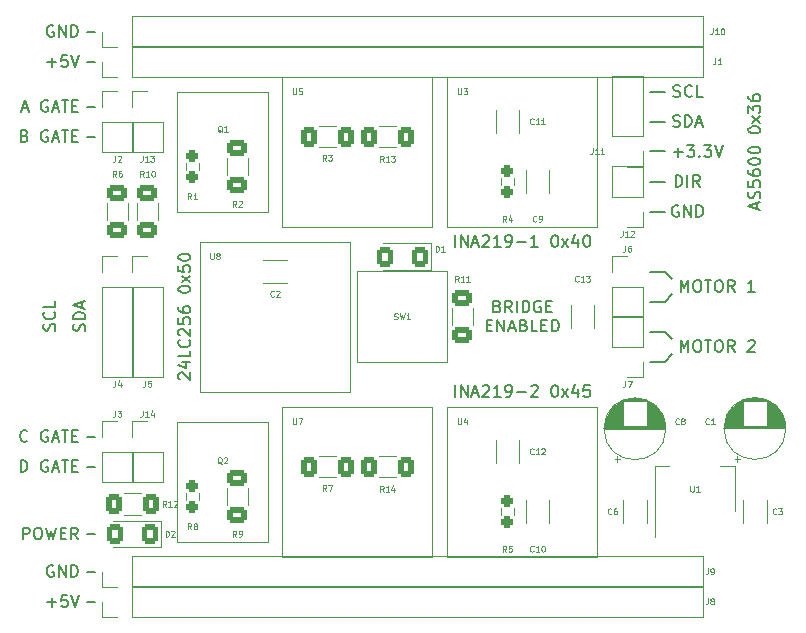
<source format=gto>
G04 #@! TF.GenerationSoftware,KiCad,Pcbnew,(6.0.0)*
G04 #@! TF.CreationDate,2024-05-18T14:09:02+02:00*
G04 #@! TF.ProjectId,Smart Servo Control Board Rev.1,536d6172-7420-4536-9572-766f20436f6e,rev?*
G04 #@! TF.SameCoordinates,Original*
G04 #@! TF.FileFunction,Legend,Top*
G04 #@! TF.FilePolarity,Positive*
%FSLAX46Y46*%
G04 Gerber Fmt 4.6, Leading zero omitted, Abs format (unit mm)*
G04 Created by KiCad (PCBNEW (6.0.0)) date 2024-05-18 14:09:02*
%MOMM*%
%LPD*%
G01*
G04 APERTURE LIST*
G04 Aperture macros list*
%AMRoundRect*
0 Rectangle with rounded corners*
0 $1 Rounding radius*
0 $2 $3 $4 $5 $6 $7 $8 $9 X,Y pos of 4 corners*
0 Add a 4 corners polygon primitive as box body*
4,1,4,$2,$3,$4,$5,$6,$7,$8,$9,$2,$3,0*
0 Add four circle primitives for the rounded corners*
1,1,$1+$1,$2,$3*
1,1,$1+$1,$4,$5*
1,1,$1+$1,$6,$7*
1,1,$1+$1,$8,$9*
0 Add four rect primitives between the rounded corners*
20,1,$1+$1,$2,$3,$4,$5,0*
20,1,$1+$1,$4,$5,$6,$7,0*
20,1,$1+$1,$6,$7,$8,$9,0*
20,1,$1+$1,$8,$9,$2,$3,0*%
G04 Aperture macros list end*
%ADD10C,0.150000*%
%ADD11C,0.125000*%
%ADD12C,0.120000*%
%ADD13R,1.600000X1.600000*%
%ADD14C,1.600000*%
%ADD15C,1.524000*%
%ADD16RoundRect,0.250000X0.400000X0.625000X-0.400000X0.625000X-0.400000X-0.625000X0.400000X-0.625000X0*%
%ADD17R,1.700000X1.700000*%
%ADD18O,1.700000X1.700000*%
%ADD19RoundRect,0.250001X0.462499X0.624999X-0.462499X0.624999X-0.462499X-0.624999X0.462499X-0.624999X0*%
%ADD20RoundRect,0.237500X-0.237500X0.250000X-0.237500X-0.250000X0.237500X-0.250000X0.237500X0.250000X0*%
%ADD21RoundRect,0.250000X0.625000X-0.400000X0.625000X0.400000X-0.625000X0.400000X-0.625000X-0.400000X0*%
%ADD22RoundRect,0.250000X-0.400000X-0.625000X0.400000X-0.625000X0.400000X0.625000X-0.400000X0.625000X0*%
%ADD23RoundRect,0.237500X0.237500X-0.250000X0.237500X0.250000X-0.237500X0.250000X-0.237500X-0.250000X0*%
%ADD24RoundRect,0.250000X-0.625000X0.400000X-0.625000X-0.400000X0.625000X-0.400000X0.625000X0.400000X0*%
%ADD25R,1.500000X2.000000*%
%ADD26R,3.800000X2.000000*%
G04 APERTURE END LIST*
D10*
X24130000Y-31750000D02*
X24765000Y-31750000D01*
X71755000Y-35545000D02*
X73025000Y-35545000D01*
X24130000Y-62230000D02*
X24765000Y-62230000D01*
X71755000Y-30480000D02*
X73025000Y-30480000D01*
X73025000Y-48290000D02*
X73660000Y-47625000D01*
X24765000Y-34290000D02*
X24130000Y-34290000D01*
X71755000Y-40640000D02*
X73025000Y-40640000D01*
X71755000Y-50800000D02*
X73025000Y-50800000D01*
X24130000Y-67945000D02*
X24765000Y-67945000D01*
X24130000Y-25400000D02*
X24765000Y-25400000D01*
X24130000Y-71120000D02*
X24765000Y-71120000D01*
X71755000Y-48290000D02*
X73025000Y-48290000D01*
X73025000Y-45720000D02*
X73660000Y-46355000D01*
X73025000Y-50800000D02*
X73660000Y-51435000D01*
X73025000Y-53340000D02*
X73660000Y-52705000D01*
X71755000Y-53340000D02*
X73025000Y-53340000D01*
X24130000Y-73660000D02*
X24765000Y-73660000D01*
X24130000Y-59690000D02*
X24765000Y-59690000D01*
X71755000Y-38100000D02*
X73025000Y-38100000D01*
X71755000Y-33020000D02*
X73025000Y-33020000D01*
X71755000Y-45720000D02*
X73025000Y-45720000D01*
X24130000Y-27940000D02*
X24765000Y-27940000D01*
X74168095Y-40140000D02*
X74072857Y-40092380D01*
X73930000Y-40092380D01*
X73787142Y-40140000D01*
X73691904Y-40235238D01*
X73644285Y-40330476D01*
X73596666Y-40520952D01*
X73596666Y-40663809D01*
X73644285Y-40854285D01*
X73691904Y-40949523D01*
X73787142Y-41044761D01*
X73930000Y-41092380D01*
X74025238Y-41092380D01*
X74168095Y-41044761D01*
X74215714Y-40997142D01*
X74215714Y-40663809D01*
X74025238Y-40663809D01*
X74644285Y-41092380D02*
X74644285Y-40092380D01*
X75215714Y-41092380D01*
X75215714Y-40092380D01*
X75691904Y-41092380D02*
X75691904Y-40092380D01*
X75930000Y-40092380D01*
X76072857Y-40140000D01*
X76168095Y-40235238D01*
X76215714Y-40330476D01*
X76263333Y-40520952D01*
X76263333Y-40663809D01*
X76215714Y-40854285D01*
X76168095Y-40949523D01*
X76072857Y-41044761D01*
X75930000Y-41092380D01*
X75691904Y-41092380D01*
X55269523Y-56332380D02*
X55269523Y-55332380D01*
X55745714Y-56332380D02*
X55745714Y-55332380D01*
X56317142Y-56332380D01*
X56317142Y-55332380D01*
X56745714Y-56046666D02*
X57221904Y-56046666D01*
X56650476Y-56332380D02*
X56983809Y-55332380D01*
X57317142Y-56332380D01*
X57602857Y-55427619D02*
X57650476Y-55380000D01*
X57745714Y-55332380D01*
X57983809Y-55332380D01*
X58079047Y-55380000D01*
X58126666Y-55427619D01*
X58174285Y-55522857D01*
X58174285Y-55618095D01*
X58126666Y-55760952D01*
X57555238Y-56332380D01*
X58174285Y-56332380D01*
X59126666Y-56332380D02*
X58555238Y-56332380D01*
X58840952Y-56332380D02*
X58840952Y-55332380D01*
X58745714Y-55475238D01*
X58650476Y-55570476D01*
X58555238Y-55618095D01*
X59602857Y-56332380D02*
X59793333Y-56332380D01*
X59888571Y-56284761D01*
X59936190Y-56237142D01*
X60031428Y-56094285D01*
X60079047Y-55903809D01*
X60079047Y-55522857D01*
X60031428Y-55427619D01*
X59983809Y-55380000D01*
X59888571Y-55332380D01*
X59698095Y-55332380D01*
X59602857Y-55380000D01*
X59555238Y-55427619D01*
X59507619Y-55522857D01*
X59507619Y-55760952D01*
X59555238Y-55856190D01*
X59602857Y-55903809D01*
X59698095Y-55951428D01*
X59888571Y-55951428D01*
X59983809Y-55903809D01*
X60031428Y-55856190D01*
X60079047Y-55760952D01*
X60507619Y-55951428D02*
X61269523Y-55951428D01*
X61698095Y-55427619D02*
X61745714Y-55380000D01*
X61840952Y-55332380D01*
X62079047Y-55332380D01*
X62174285Y-55380000D01*
X62221904Y-55427619D01*
X62269523Y-55522857D01*
X62269523Y-55618095D01*
X62221904Y-55760952D01*
X61650476Y-56332380D01*
X62269523Y-56332380D01*
X63650476Y-55332380D02*
X63745714Y-55332380D01*
X63840952Y-55380000D01*
X63888571Y-55427619D01*
X63936190Y-55522857D01*
X63983809Y-55713333D01*
X63983809Y-55951428D01*
X63936190Y-56141904D01*
X63888571Y-56237142D01*
X63840952Y-56284761D01*
X63745714Y-56332380D01*
X63650476Y-56332380D01*
X63555238Y-56284761D01*
X63507619Y-56237142D01*
X63460000Y-56141904D01*
X63412380Y-55951428D01*
X63412380Y-55713333D01*
X63460000Y-55522857D01*
X63507619Y-55427619D01*
X63555238Y-55380000D01*
X63650476Y-55332380D01*
X64317142Y-56332380D02*
X64840952Y-55665714D01*
X64317142Y-55665714D02*
X64840952Y-56332380D01*
X65650476Y-55665714D02*
X65650476Y-56332380D01*
X65412380Y-55284761D02*
X65174285Y-55999047D01*
X65793333Y-55999047D01*
X66650476Y-55332380D02*
X66174285Y-55332380D01*
X66126666Y-55808571D01*
X66174285Y-55760952D01*
X66269523Y-55713333D01*
X66507619Y-55713333D01*
X66602857Y-55760952D01*
X66650476Y-55808571D01*
X66698095Y-55903809D01*
X66698095Y-56141904D01*
X66650476Y-56237142D01*
X66602857Y-56284761D01*
X66507619Y-56332380D01*
X66269523Y-56332380D01*
X66174285Y-56284761D01*
X66126666Y-56237142D01*
X74350952Y-47442380D02*
X74350952Y-46442380D01*
X74684285Y-47156666D01*
X75017619Y-46442380D01*
X75017619Y-47442380D01*
X75684285Y-46442380D02*
X75874761Y-46442380D01*
X75970000Y-46490000D01*
X76065238Y-46585238D01*
X76112857Y-46775714D01*
X76112857Y-47109047D01*
X76065238Y-47299523D01*
X75970000Y-47394761D01*
X75874761Y-47442380D01*
X75684285Y-47442380D01*
X75589047Y-47394761D01*
X75493809Y-47299523D01*
X75446190Y-47109047D01*
X75446190Y-46775714D01*
X75493809Y-46585238D01*
X75589047Y-46490000D01*
X75684285Y-46442380D01*
X76398571Y-46442380D02*
X76970000Y-46442380D01*
X76684285Y-47442380D02*
X76684285Y-46442380D01*
X77493809Y-46442380D02*
X77684285Y-46442380D01*
X77779523Y-46490000D01*
X77874761Y-46585238D01*
X77922380Y-46775714D01*
X77922380Y-47109047D01*
X77874761Y-47299523D01*
X77779523Y-47394761D01*
X77684285Y-47442380D01*
X77493809Y-47442380D01*
X77398571Y-47394761D01*
X77303333Y-47299523D01*
X77255714Y-47109047D01*
X77255714Y-46775714D01*
X77303333Y-46585238D01*
X77398571Y-46490000D01*
X77493809Y-46442380D01*
X78922380Y-47442380D02*
X78589047Y-46966190D01*
X78350952Y-47442380D02*
X78350952Y-46442380D01*
X78731904Y-46442380D01*
X78827142Y-46490000D01*
X78874761Y-46537619D01*
X78922380Y-46632857D01*
X78922380Y-46775714D01*
X78874761Y-46870952D01*
X78827142Y-46918571D01*
X78731904Y-46966190D01*
X78350952Y-46966190D01*
X80636666Y-47442380D02*
X80065238Y-47442380D01*
X80350952Y-47442380D02*
X80350952Y-46442380D01*
X80255714Y-46585238D01*
X80160476Y-46680476D01*
X80065238Y-46728095D01*
X21359761Y-50720476D02*
X21407380Y-50577619D01*
X21407380Y-50339523D01*
X21359761Y-50244285D01*
X21312142Y-50196666D01*
X21216904Y-50149047D01*
X21121666Y-50149047D01*
X21026428Y-50196666D01*
X20978809Y-50244285D01*
X20931190Y-50339523D01*
X20883571Y-50530000D01*
X20835952Y-50625238D01*
X20788333Y-50672857D01*
X20693095Y-50720476D01*
X20597857Y-50720476D01*
X20502619Y-50672857D01*
X20455000Y-50625238D01*
X20407380Y-50530000D01*
X20407380Y-50291904D01*
X20455000Y-50149047D01*
X21312142Y-49149047D02*
X21359761Y-49196666D01*
X21407380Y-49339523D01*
X21407380Y-49434761D01*
X21359761Y-49577619D01*
X21264523Y-49672857D01*
X21169285Y-49720476D01*
X20978809Y-49768095D01*
X20835952Y-49768095D01*
X20645476Y-49720476D01*
X20550238Y-49672857D01*
X20455000Y-49577619D01*
X20407380Y-49434761D01*
X20407380Y-49339523D01*
X20455000Y-49196666D01*
X20502619Y-49149047D01*
X21407380Y-48244285D02*
X21407380Y-48720476D01*
X20407380Y-48720476D01*
X73930000Y-38552380D02*
X73930000Y-37552380D01*
X74168095Y-37552380D01*
X74310952Y-37600000D01*
X74406190Y-37695238D01*
X74453809Y-37790476D01*
X74501428Y-37980952D01*
X74501428Y-38123809D01*
X74453809Y-38314285D01*
X74406190Y-38409523D01*
X74310952Y-38504761D01*
X74168095Y-38552380D01*
X73930000Y-38552380D01*
X74930000Y-38552380D02*
X74930000Y-37552380D01*
X75977619Y-38552380D02*
X75644285Y-38076190D01*
X75406190Y-38552380D02*
X75406190Y-37552380D01*
X75787142Y-37552380D01*
X75882380Y-37600000D01*
X75930000Y-37647619D01*
X75977619Y-37742857D01*
X75977619Y-37885714D01*
X75930000Y-37980952D01*
X75882380Y-38028571D01*
X75787142Y-38076190D01*
X75406190Y-38076190D01*
X23899761Y-50744285D02*
X23947380Y-50601428D01*
X23947380Y-50363333D01*
X23899761Y-50268095D01*
X23852142Y-50220476D01*
X23756904Y-50172857D01*
X23661666Y-50172857D01*
X23566428Y-50220476D01*
X23518809Y-50268095D01*
X23471190Y-50363333D01*
X23423571Y-50553809D01*
X23375952Y-50649047D01*
X23328333Y-50696666D01*
X23233095Y-50744285D01*
X23137857Y-50744285D01*
X23042619Y-50696666D01*
X22995000Y-50649047D01*
X22947380Y-50553809D01*
X22947380Y-50315714D01*
X22995000Y-50172857D01*
X23947380Y-49744285D02*
X22947380Y-49744285D01*
X22947380Y-49506190D01*
X22995000Y-49363333D01*
X23090238Y-49268095D01*
X23185476Y-49220476D01*
X23375952Y-49172857D01*
X23518809Y-49172857D01*
X23709285Y-49220476D01*
X23804523Y-49268095D01*
X23899761Y-49363333D01*
X23947380Y-49506190D01*
X23947380Y-49744285D01*
X23661666Y-48791904D02*
X23661666Y-48315714D01*
X23947380Y-48887142D02*
X22947380Y-48553809D01*
X23947380Y-48220476D01*
X58840952Y-48653571D02*
X58983809Y-48701190D01*
X59031428Y-48748809D01*
X59079047Y-48844047D01*
X59079047Y-48986904D01*
X59031428Y-49082142D01*
X58983809Y-49129761D01*
X58888571Y-49177380D01*
X58507619Y-49177380D01*
X58507619Y-48177380D01*
X58840952Y-48177380D01*
X58936190Y-48225000D01*
X58983809Y-48272619D01*
X59031428Y-48367857D01*
X59031428Y-48463095D01*
X58983809Y-48558333D01*
X58936190Y-48605952D01*
X58840952Y-48653571D01*
X58507619Y-48653571D01*
X60079047Y-49177380D02*
X59745714Y-48701190D01*
X59507619Y-49177380D02*
X59507619Y-48177380D01*
X59888571Y-48177380D01*
X59983809Y-48225000D01*
X60031428Y-48272619D01*
X60079047Y-48367857D01*
X60079047Y-48510714D01*
X60031428Y-48605952D01*
X59983809Y-48653571D01*
X59888571Y-48701190D01*
X59507619Y-48701190D01*
X60507619Y-49177380D02*
X60507619Y-48177380D01*
X60983809Y-49177380D02*
X60983809Y-48177380D01*
X61221904Y-48177380D01*
X61364761Y-48225000D01*
X61459999Y-48320238D01*
X61507619Y-48415476D01*
X61555238Y-48605952D01*
X61555238Y-48748809D01*
X61507619Y-48939285D01*
X61459999Y-49034523D01*
X61364761Y-49129761D01*
X61221904Y-49177380D01*
X60983809Y-49177380D01*
X62507619Y-48225000D02*
X62412380Y-48177380D01*
X62269523Y-48177380D01*
X62126666Y-48225000D01*
X62031428Y-48320238D01*
X61983809Y-48415476D01*
X61936190Y-48605952D01*
X61936190Y-48748809D01*
X61983809Y-48939285D01*
X62031428Y-49034523D01*
X62126666Y-49129761D01*
X62269523Y-49177380D01*
X62364761Y-49177380D01*
X62507619Y-49129761D01*
X62555238Y-49082142D01*
X62555238Y-48748809D01*
X62364761Y-48748809D01*
X62983809Y-48653571D02*
X63317142Y-48653571D01*
X63460000Y-49177380D02*
X62983809Y-49177380D01*
X62983809Y-48177380D01*
X63460000Y-48177380D01*
X57936190Y-50263571D02*
X58269523Y-50263571D01*
X58412380Y-50787380D02*
X57936190Y-50787380D01*
X57936190Y-49787380D01*
X58412380Y-49787380D01*
X58840952Y-50787380D02*
X58840952Y-49787380D01*
X59412380Y-50787380D01*
X59412380Y-49787380D01*
X59840952Y-50501666D02*
X60317142Y-50501666D01*
X59745714Y-50787380D02*
X60079047Y-49787380D01*
X60412380Y-50787380D01*
X61079047Y-50263571D02*
X61221904Y-50311190D01*
X61269523Y-50358809D01*
X61317142Y-50454047D01*
X61317142Y-50596904D01*
X61269523Y-50692142D01*
X61221904Y-50739761D01*
X61126666Y-50787380D01*
X60745714Y-50787380D01*
X60745714Y-49787380D01*
X61079047Y-49787380D01*
X61174285Y-49835000D01*
X61221904Y-49882619D01*
X61269523Y-49977857D01*
X61269523Y-50073095D01*
X61221904Y-50168333D01*
X61174285Y-50215952D01*
X61079047Y-50263571D01*
X60745714Y-50263571D01*
X62221904Y-50787380D02*
X61745714Y-50787380D01*
X61745714Y-49787380D01*
X62555238Y-50263571D02*
X62888571Y-50263571D01*
X63031428Y-50787380D02*
X62555238Y-50787380D01*
X62555238Y-49787380D01*
X63031428Y-49787380D01*
X63460000Y-50787380D02*
X63460000Y-49787380D01*
X63698095Y-49787380D01*
X63840952Y-49835000D01*
X63936190Y-49930238D01*
X63983809Y-50025476D01*
X64031428Y-50215952D01*
X64031428Y-50358809D01*
X63983809Y-50549285D01*
X63936190Y-50644523D01*
X63840952Y-50739761D01*
X63698095Y-50787380D01*
X63460000Y-50787380D01*
X18669286Y-68397380D02*
X18669286Y-67397380D01*
X19050238Y-67397380D01*
X19145476Y-67445000D01*
X19193095Y-67492619D01*
X19240714Y-67587857D01*
X19240714Y-67730714D01*
X19193095Y-67825952D01*
X19145476Y-67873571D01*
X19050238Y-67921190D01*
X18669286Y-67921190D01*
X19859762Y-67397380D02*
X20050238Y-67397380D01*
X20145476Y-67445000D01*
X20240714Y-67540238D01*
X20288333Y-67730714D01*
X20288333Y-68064047D01*
X20240714Y-68254523D01*
X20145476Y-68349761D01*
X20050238Y-68397380D01*
X19859762Y-68397380D01*
X19764524Y-68349761D01*
X19669286Y-68254523D01*
X19621667Y-68064047D01*
X19621667Y-67730714D01*
X19669286Y-67540238D01*
X19764524Y-67445000D01*
X19859762Y-67397380D01*
X20621667Y-67397380D02*
X20859762Y-68397380D01*
X21050238Y-67683095D01*
X21240714Y-68397380D01*
X21478810Y-67397380D01*
X21859762Y-67873571D02*
X22193095Y-67873571D01*
X22335952Y-68397380D02*
X21859762Y-68397380D01*
X21859762Y-67397380D01*
X22335952Y-67397380D01*
X23335952Y-68397380D02*
X23002619Y-67921190D01*
X22764524Y-68397380D02*
X22764524Y-67397380D01*
X23145476Y-67397380D01*
X23240714Y-67445000D01*
X23288333Y-67492619D01*
X23335952Y-67587857D01*
X23335952Y-67730714D01*
X23288333Y-67825952D01*
X23240714Y-67873571D01*
X23145476Y-67921190D01*
X22764524Y-67921190D01*
X21240714Y-70620000D02*
X21145476Y-70572380D01*
X21002619Y-70572380D01*
X20859761Y-70620000D01*
X20764523Y-70715238D01*
X20716904Y-70810476D01*
X20669285Y-71000952D01*
X20669285Y-71143809D01*
X20716904Y-71334285D01*
X20764523Y-71429523D01*
X20859761Y-71524761D01*
X21002619Y-71572380D01*
X21097857Y-71572380D01*
X21240714Y-71524761D01*
X21288333Y-71477142D01*
X21288333Y-71143809D01*
X21097857Y-71143809D01*
X21716904Y-71572380D02*
X21716904Y-70572380D01*
X22288333Y-71572380D01*
X22288333Y-70572380D01*
X22764523Y-71572380D02*
X22764523Y-70572380D01*
X23002619Y-70572380D01*
X23145476Y-70620000D01*
X23240714Y-70715238D01*
X23288333Y-70810476D01*
X23335952Y-71000952D01*
X23335952Y-71143809D01*
X23288333Y-71334285D01*
X23240714Y-71429523D01*
X23145476Y-71524761D01*
X23002619Y-71572380D01*
X22764523Y-71572380D01*
X55269523Y-43632380D02*
X55269523Y-42632380D01*
X55745714Y-43632380D02*
X55745714Y-42632380D01*
X56317142Y-43632380D01*
X56317142Y-42632380D01*
X56745714Y-43346666D02*
X57221904Y-43346666D01*
X56650476Y-43632380D02*
X56983809Y-42632380D01*
X57317142Y-43632380D01*
X57602857Y-42727619D02*
X57650476Y-42680000D01*
X57745714Y-42632380D01*
X57983809Y-42632380D01*
X58079047Y-42680000D01*
X58126666Y-42727619D01*
X58174285Y-42822857D01*
X58174285Y-42918095D01*
X58126666Y-43060952D01*
X57555238Y-43632380D01*
X58174285Y-43632380D01*
X59126666Y-43632380D02*
X58555238Y-43632380D01*
X58840952Y-43632380D02*
X58840952Y-42632380D01*
X58745714Y-42775238D01*
X58650476Y-42870476D01*
X58555238Y-42918095D01*
X59602857Y-43632380D02*
X59793333Y-43632380D01*
X59888571Y-43584761D01*
X59936190Y-43537142D01*
X60031428Y-43394285D01*
X60079047Y-43203809D01*
X60079047Y-42822857D01*
X60031428Y-42727619D01*
X59983809Y-42680000D01*
X59888571Y-42632380D01*
X59698095Y-42632380D01*
X59602857Y-42680000D01*
X59555238Y-42727619D01*
X59507619Y-42822857D01*
X59507619Y-43060952D01*
X59555238Y-43156190D01*
X59602857Y-43203809D01*
X59698095Y-43251428D01*
X59888571Y-43251428D01*
X59983809Y-43203809D01*
X60031428Y-43156190D01*
X60079047Y-43060952D01*
X60507619Y-43251428D02*
X61269523Y-43251428D01*
X62269523Y-43632380D02*
X61698095Y-43632380D01*
X61983809Y-43632380D02*
X61983809Y-42632380D01*
X61888571Y-42775238D01*
X61793333Y-42870476D01*
X61698095Y-42918095D01*
X63650476Y-42632380D02*
X63745714Y-42632380D01*
X63840952Y-42680000D01*
X63888571Y-42727619D01*
X63936190Y-42822857D01*
X63983809Y-43013333D01*
X63983809Y-43251428D01*
X63936190Y-43441904D01*
X63888571Y-43537142D01*
X63840952Y-43584761D01*
X63745714Y-43632380D01*
X63650476Y-43632380D01*
X63555238Y-43584761D01*
X63507619Y-43537142D01*
X63460000Y-43441904D01*
X63412380Y-43251428D01*
X63412380Y-43013333D01*
X63460000Y-42822857D01*
X63507619Y-42727619D01*
X63555238Y-42680000D01*
X63650476Y-42632380D01*
X64317142Y-43632380D02*
X64840952Y-42965714D01*
X64317142Y-42965714D02*
X64840952Y-43632380D01*
X65650476Y-42965714D02*
X65650476Y-43632380D01*
X65412380Y-42584761D02*
X65174285Y-43299047D01*
X65793333Y-43299047D01*
X66364761Y-42632380D02*
X66459999Y-42632380D01*
X66555238Y-42680000D01*
X66602857Y-42727619D01*
X66650476Y-42822857D01*
X66698095Y-43013333D01*
X66698095Y-43251428D01*
X66650476Y-43441904D01*
X66602857Y-43537142D01*
X66555238Y-43584761D01*
X66459999Y-43632380D01*
X66364761Y-43632380D01*
X66269523Y-43584761D01*
X66221904Y-43537142D01*
X66174285Y-43441904D01*
X66126666Y-43251428D01*
X66126666Y-43013333D01*
X66174285Y-42822857D01*
X66221904Y-42727619D01*
X66269523Y-42680000D01*
X66364761Y-42632380D01*
X18574047Y-31916666D02*
X19050238Y-31916666D01*
X18478809Y-32202380D02*
X18812142Y-31202380D01*
X19145476Y-32202380D01*
X20764523Y-31250000D02*
X20669285Y-31202380D01*
X20526428Y-31202380D01*
X20383571Y-31250000D01*
X20288333Y-31345238D01*
X20240714Y-31440476D01*
X20193095Y-31630952D01*
X20193095Y-31773809D01*
X20240714Y-31964285D01*
X20288333Y-32059523D01*
X20383571Y-32154761D01*
X20526428Y-32202380D01*
X20621666Y-32202380D01*
X20764523Y-32154761D01*
X20812142Y-32107142D01*
X20812142Y-31773809D01*
X20621666Y-31773809D01*
X21193095Y-31916666D02*
X21669285Y-31916666D01*
X21097857Y-32202380D02*
X21431190Y-31202380D01*
X21764523Y-32202380D01*
X21955000Y-31202380D02*
X22526428Y-31202380D01*
X22240714Y-32202380D02*
X22240714Y-31202380D01*
X22859761Y-31678571D02*
X23193095Y-31678571D01*
X23335952Y-32202380D02*
X22859761Y-32202380D01*
X22859761Y-31202380D01*
X23335952Y-31202380D01*
X18812143Y-34218571D02*
X18955000Y-34266190D01*
X19002619Y-34313809D01*
X19050238Y-34409047D01*
X19050238Y-34551904D01*
X19002619Y-34647142D01*
X18955000Y-34694761D01*
X18859762Y-34742380D01*
X18478810Y-34742380D01*
X18478810Y-33742380D01*
X18812143Y-33742380D01*
X18907381Y-33790000D01*
X18955000Y-33837619D01*
X19002619Y-33932857D01*
X19002619Y-34028095D01*
X18955000Y-34123333D01*
X18907381Y-34170952D01*
X18812143Y-34218571D01*
X18478810Y-34218571D01*
X20764524Y-33790000D02*
X20669286Y-33742380D01*
X20526429Y-33742380D01*
X20383572Y-33790000D01*
X20288333Y-33885238D01*
X20240714Y-33980476D01*
X20193095Y-34170952D01*
X20193095Y-34313809D01*
X20240714Y-34504285D01*
X20288333Y-34599523D01*
X20383572Y-34694761D01*
X20526429Y-34742380D01*
X20621667Y-34742380D01*
X20764524Y-34694761D01*
X20812143Y-34647142D01*
X20812143Y-34313809D01*
X20621667Y-34313809D01*
X21193095Y-34456666D02*
X21669286Y-34456666D01*
X21097857Y-34742380D02*
X21431191Y-33742380D01*
X21764524Y-34742380D01*
X21955000Y-33742380D02*
X22526429Y-33742380D01*
X22240714Y-34742380D02*
X22240714Y-33742380D01*
X22859762Y-34218571D02*
X23193095Y-34218571D01*
X23335952Y-34742380D02*
X22859762Y-34742380D01*
X22859762Y-33742380D01*
X23335952Y-33742380D01*
X19050238Y-60047142D02*
X19002619Y-60094761D01*
X18859762Y-60142380D01*
X18764524Y-60142380D01*
X18621667Y-60094761D01*
X18526429Y-59999523D01*
X18478810Y-59904285D01*
X18431191Y-59713809D01*
X18431191Y-59570952D01*
X18478810Y-59380476D01*
X18526429Y-59285238D01*
X18621667Y-59190000D01*
X18764524Y-59142380D01*
X18859762Y-59142380D01*
X19002619Y-59190000D01*
X19050238Y-59237619D01*
X20764524Y-59190000D02*
X20669286Y-59142380D01*
X20526429Y-59142380D01*
X20383572Y-59190000D01*
X20288333Y-59285238D01*
X20240714Y-59380476D01*
X20193095Y-59570952D01*
X20193095Y-59713809D01*
X20240714Y-59904285D01*
X20288333Y-59999523D01*
X20383572Y-60094761D01*
X20526429Y-60142380D01*
X20621667Y-60142380D01*
X20764524Y-60094761D01*
X20812143Y-60047142D01*
X20812143Y-59713809D01*
X20621667Y-59713809D01*
X21193095Y-59856666D02*
X21669286Y-59856666D01*
X21097857Y-60142380D02*
X21431191Y-59142380D01*
X21764524Y-60142380D01*
X21955000Y-59142380D02*
X22526429Y-59142380D01*
X22240714Y-60142380D02*
X22240714Y-59142380D01*
X22859762Y-59618571D02*
X23193095Y-59618571D01*
X23335952Y-60142380D02*
X22859762Y-60142380D01*
X22859762Y-59142380D01*
X23335952Y-59142380D01*
X18478810Y-62682380D02*
X18478810Y-61682380D01*
X18716905Y-61682380D01*
X18859762Y-61730000D01*
X18955000Y-61825238D01*
X19002619Y-61920476D01*
X19050238Y-62110952D01*
X19050238Y-62253809D01*
X19002619Y-62444285D01*
X18955000Y-62539523D01*
X18859762Y-62634761D01*
X18716905Y-62682380D01*
X18478810Y-62682380D01*
X20764524Y-61730000D02*
X20669286Y-61682380D01*
X20526429Y-61682380D01*
X20383572Y-61730000D01*
X20288333Y-61825238D01*
X20240714Y-61920476D01*
X20193095Y-62110952D01*
X20193095Y-62253809D01*
X20240714Y-62444285D01*
X20288333Y-62539523D01*
X20383572Y-62634761D01*
X20526429Y-62682380D01*
X20621667Y-62682380D01*
X20764524Y-62634761D01*
X20812143Y-62587142D01*
X20812143Y-62253809D01*
X20621667Y-62253809D01*
X21193095Y-62396666D02*
X21669286Y-62396666D01*
X21097857Y-62682380D02*
X21431191Y-61682380D01*
X21764524Y-62682380D01*
X21955000Y-61682380D02*
X22526429Y-61682380D01*
X22240714Y-62682380D02*
X22240714Y-61682380D01*
X22859762Y-62158571D02*
X23193095Y-62158571D01*
X23335952Y-62682380D02*
X22859762Y-62682380D01*
X22859762Y-61682380D01*
X23335952Y-61682380D01*
X73715714Y-33424761D02*
X73858571Y-33472380D01*
X74096666Y-33472380D01*
X74191904Y-33424761D01*
X74239523Y-33377142D01*
X74287142Y-33281904D01*
X74287142Y-33186666D01*
X74239523Y-33091428D01*
X74191904Y-33043809D01*
X74096666Y-32996190D01*
X73906190Y-32948571D01*
X73810952Y-32900952D01*
X73763333Y-32853333D01*
X73715714Y-32758095D01*
X73715714Y-32662857D01*
X73763333Y-32567619D01*
X73810952Y-32520000D01*
X73906190Y-32472380D01*
X74144285Y-32472380D01*
X74287142Y-32520000D01*
X74715714Y-33472380D02*
X74715714Y-32472380D01*
X74953809Y-32472380D01*
X75096666Y-32520000D01*
X75191904Y-32615238D01*
X75239523Y-32710476D01*
X75287142Y-32900952D01*
X75287142Y-33043809D01*
X75239523Y-33234285D01*
X75191904Y-33329523D01*
X75096666Y-33424761D01*
X74953809Y-33472380D01*
X74715714Y-33472380D01*
X75668095Y-33186666D02*
X76144285Y-33186666D01*
X75572857Y-33472380D02*
X75906190Y-32472380D01*
X76239523Y-33472380D01*
X73763333Y-35631428D02*
X74525237Y-35631428D01*
X74144285Y-36012380D02*
X74144285Y-35250476D01*
X74906190Y-35012380D02*
X75525237Y-35012380D01*
X75191904Y-35393333D01*
X75334761Y-35393333D01*
X75429999Y-35440952D01*
X75477618Y-35488571D01*
X75525237Y-35583809D01*
X75525237Y-35821904D01*
X75477618Y-35917142D01*
X75429999Y-35964761D01*
X75334761Y-36012380D01*
X75049047Y-36012380D01*
X74953809Y-35964761D01*
X74906190Y-35917142D01*
X75953809Y-35917142D02*
X76001428Y-35964761D01*
X75953809Y-36012380D01*
X75906190Y-35964761D01*
X75953809Y-35917142D01*
X75953809Y-36012380D01*
X76334761Y-35012380D02*
X76953809Y-35012380D01*
X76620475Y-35393333D01*
X76763333Y-35393333D01*
X76858571Y-35440952D01*
X76906190Y-35488571D01*
X76953809Y-35583809D01*
X76953809Y-35821904D01*
X76906190Y-35917142D01*
X76858571Y-35964761D01*
X76763333Y-36012380D01*
X76477618Y-36012380D01*
X76382380Y-35964761D01*
X76334761Y-35917142D01*
X77239523Y-35012380D02*
X77572856Y-36012380D01*
X77906190Y-35012380D01*
X74350952Y-52522380D02*
X74350952Y-51522380D01*
X74684285Y-52236666D01*
X75017619Y-51522380D01*
X75017619Y-52522380D01*
X75684285Y-51522380D02*
X75874761Y-51522380D01*
X75970000Y-51570000D01*
X76065238Y-51665238D01*
X76112857Y-51855714D01*
X76112857Y-52189047D01*
X76065238Y-52379523D01*
X75970000Y-52474761D01*
X75874761Y-52522380D01*
X75684285Y-52522380D01*
X75589047Y-52474761D01*
X75493809Y-52379523D01*
X75446190Y-52189047D01*
X75446190Y-51855714D01*
X75493809Y-51665238D01*
X75589047Y-51570000D01*
X75684285Y-51522380D01*
X76398571Y-51522380D02*
X76970000Y-51522380D01*
X76684285Y-52522380D02*
X76684285Y-51522380D01*
X77493809Y-51522380D02*
X77684285Y-51522380D01*
X77779523Y-51570000D01*
X77874761Y-51665238D01*
X77922380Y-51855714D01*
X77922380Y-52189047D01*
X77874761Y-52379523D01*
X77779523Y-52474761D01*
X77684285Y-52522380D01*
X77493809Y-52522380D01*
X77398571Y-52474761D01*
X77303333Y-52379523D01*
X77255714Y-52189047D01*
X77255714Y-51855714D01*
X77303333Y-51665238D01*
X77398571Y-51570000D01*
X77493809Y-51522380D01*
X78922380Y-52522380D02*
X78589047Y-52046190D01*
X78350952Y-52522380D02*
X78350952Y-51522380D01*
X78731904Y-51522380D01*
X78827142Y-51570000D01*
X78874761Y-51617619D01*
X78922380Y-51712857D01*
X78922380Y-51855714D01*
X78874761Y-51950952D01*
X78827142Y-51998571D01*
X78731904Y-52046190D01*
X78350952Y-52046190D01*
X80065238Y-51617619D02*
X80112857Y-51570000D01*
X80208095Y-51522380D01*
X80446190Y-51522380D01*
X80541428Y-51570000D01*
X80589047Y-51617619D01*
X80636666Y-51712857D01*
X80636666Y-51808095D01*
X80589047Y-51950952D01*
X80017619Y-52522380D01*
X80636666Y-52522380D01*
X80811666Y-40393333D02*
X80811666Y-39917142D01*
X81097380Y-40488571D02*
X80097380Y-40155238D01*
X81097380Y-39821904D01*
X81049761Y-39536190D02*
X81097380Y-39393333D01*
X81097380Y-39155238D01*
X81049761Y-39060000D01*
X81002142Y-39012380D01*
X80906904Y-38964761D01*
X80811666Y-38964761D01*
X80716428Y-39012380D01*
X80668809Y-39060000D01*
X80621190Y-39155238D01*
X80573571Y-39345714D01*
X80525952Y-39440952D01*
X80478333Y-39488571D01*
X80383095Y-39536190D01*
X80287857Y-39536190D01*
X80192619Y-39488571D01*
X80145000Y-39440952D01*
X80097380Y-39345714D01*
X80097380Y-39107619D01*
X80145000Y-38964761D01*
X80097380Y-38060000D02*
X80097380Y-38536190D01*
X80573571Y-38583809D01*
X80525952Y-38536190D01*
X80478333Y-38440952D01*
X80478333Y-38202857D01*
X80525952Y-38107619D01*
X80573571Y-38060000D01*
X80668809Y-38012380D01*
X80906904Y-38012380D01*
X81002142Y-38060000D01*
X81049761Y-38107619D01*
X81097380Y-38202857D01*
X81097380Y-38440952D01*
X81049761Y-38536190D01*
X81002142Y-38583809D01*
X80097380Y-37155238D02*
X80097380Y-37345714D01*
X80145000Y-37440952D01*
X80192619Y-37488571D01*
X80335476Y-37583809D01*
X80525952Y-37631428D01*
X80906904Y-37631428D01*
X81002142Y-37583809D01*
X81049761Y-37536190D01*
X81097380Y-37440952D01*
X81097380Y-37250476D01*
X81049761Y-37155238D01*
X81002142Y-37107619D01*
X80906904Y-37060000D01*
X80668809Y-37060000D01*
X80573571Y-37107619D01*
X80525952Y-37155238D01*
X80478333Y-37250476D01*
X80478333Y-37440952D01*
X80525952Y-37536190D01*
X80573571Y-37583809D01*
X80668809Y-37631428D01*
X80097380Y-36440952D02*
X80097380Y-36345714D01*
X80145000Y-36250476D01*
X80192619Y-36202857D01*
X80287857Y-36155238D01*
X80478333Y-36107619D01*
X80716428Y-36107619D01*
X80906904Y-36155238D01*
X81002142Y-36202857D01*
X81049761Y-36250476D01*
X81097380Y-36345714D01*
X81097380Y-36440952D01*
X81049761Y-36536190D01*
X81002142Y-36583809D01*
X80906904Y-36631428D01*
X80716428Y-36679047D01*
X80478333Y-36679047D01*
X80287857Y-36631428D01*
X80192619Y-36583809D01*
X80145000Y-36536190D01*
X80097380Y-36440952D01*
X80097380Y-35488571D02*
X80097380Y-35393333D01*
X80145000Y-35298095D01*
X80192619Y-35250476D01*
X80287857Y-35202857D01*
X80478333Y-35155238D01*
X80716428Y-35155238D01*
X80906904Y-35202857D01*
X81002142Y-35250476D01*
X81049761Y-35298095D01*
X81097380Y-35393333D01*
X81097380Y-35488571D01*
X81049761Y-35583809D01*
X81002142Y-35631428D01*
X80906904Y-35679047D01*
X80716428Y-35726666D01*
X80478333Y-35726666D01*
X80287857Y-35679047D01*
X80192619Y-35631428D01*
X80145000Y-35583809D01*
X80097380Y-35488571D01*
X80097380Y-33774285D02*
X80097380Y-33679047D01*
X80145000Y-33583809D01*
X80192619Y-33536190D01*
X80287857Y-33488571D01*
X80478333Y-33440952D01*
X80716428Y-33440952D01*
X80906904Y-33488571D01*
X81002142Y-33536190D01*
X81049761Y-33583809D01*
X81097380Y-33679047D01*
X81097380Y-33774285D01*
X81049761Y-33869523D01*
X81002142Y-33917142D01*
X80906904Y-33964761D01*
X80716428Y-34012380D01*
X80478333Y-34012380D01*
X80287857Y-33964761D01*
X80192619Y-33917142D01*
X80145000Y-33869523D01*
X80097380Y-33774285D01*
X81097380Y-33107619D02*
X80430714Y-32583809D01*
X80430714Y-33107619D02*
X81097380Y-32583809D01*
X80097380Y-32298095D02*
X80097380Y-31679047D01*
X80478333Y-32012380D01*
X80478333Y-31869523D01*
X80525952Y-31774285D01*
X80573571Y-31726666D01*
X80668809Y-31679047D01*
X80906904Y-31679047D01*
X81002142Y-31726666D01*
X81049761Y-31774285D01*
X81097380Y-31869523D01*
X81097380Y-32155238D01*
X81049761Y-32250476D01*
X81002142Y-32298095D01*
X80097380Y-30821904D02*
X80097380Y-31012380D01*
X80145000Y-31107619D01*
X80192619Y-31155238D01*
X80335476Y-31250476D01*
X80525952Y-31298095D01*
X80906904Y-31298095D01*
X81002142Y-31250476D01*
X81049761Y-31202857D01*
X81097380Y-31107619D01*
X81097380Y-30917142D01*
X81049761Y-30821904D01*
X81002142Y-30774285D01*
X80906904Y-30726666D01*
X80668809Y-30726666D01*
X80573571Y-30774285D01*
X80525952Y-30821904D01*
X80478333Y-30917142D01*
X80478333Y-31107619D01*
X80525952Y-31202857D01*
X80573571Y-31250476D01*
X80668809Y-31298095D01*
X20716904Y-28011428D02*
X21478809Y-28011428D01*
X21097857Y-28392380D02*
X21097857Y-27630476D01*
X22431190Y-27392380D02*
X21954999Y-27392380D01*
X21907380Y-27868571D01*
X21954999Y-27820952D01*
X22050238Y-27773333D01*
X22288333Y-27773333D01*
X22383571Y-27820952D01*
X22431190Y-27868571D01*
X22478809Y-27963809D01*
X22478809Y-28201904D01*
X22431190Y-28297142D01*
X22383571Y-28344761D01*
X22288333Y-28392380D01*
X22050238Y-28392380D01*
X21954999Y-28344761D01*
X21907380Y-28297142D01*
X22764523Y-27392380D02*
X23097857Y-28392380D01*
X23431190Y-27392380D01*
X73739523Y-30884761D02*
X73882380Y-30932380D01*
X74120476Y-30932380D01*
X74215714Y-30884761D01*
X74263333Y-30837142D01*
X74310952Y-30741904D01*
X74310952Y-30646666D01*
X74263333Y-30551428D01*
X74215714Y-30503809D01*
X74120476Y-30456190D01*
X73930000Y-30408571D01*
X73834761Y-30360952D01*
X73787142Y-30313333D01*
X73739523Y-30218095D01*
X73739523Y-30122857D01*
X73787142Y-30027619D01*
X73834761Y-29980000D01*
X73930000Y-29932380D01*
X74168095Y-29932380D01*
X74310952Y-29980000D01*
X75310952Y-30837142D02*
X75263333Y-30884761D01*
X75120476Y-30932380D01*
X75025238Y-30932380D01*
X74882380Y-30884761D01*
X74787142Y-30789523D01*
X74739523Y-30694285D01*
X74691904Y-30503809D01*
X74691904Y-30360952D01*
X74739523Y-30170476D01*
X74787142Y-30075238D01*
X74882380Y-29980000D01*
X75025238Y-29932380D01*
X75120476Y-29932380D01*
X75263333Y-29980000D01*
X75310952Y-30027619D01*
X76215714Y-30932380D02*
X75739523Y-30932380D01*
X75739523Y-29932380D01*
X31932619Y-54839523D02*
X31885000Y-54791904D01*
X31837380Y-54696666D01*
X31837380Y-54458571D01*
X31885000Y-54363333D01*
X31932619Y-54315714D01*
X32027857Y-54268095D01*
X32123095Y-54268095D01*
X32265952Y-54315714D01*
X32837380Y-54887142D01*
X32837380Y-54268095D01*
X32170714Y-53410952D02*
X32837380Y-53410952D01*
X31789761Y-53649047D02*
X32504047Y-53887142D01*
X32504047Y-53268095D01*
X32837380Y-52410952D02*
X32837380Y-52887142D01*
X31837380Y-52887142D01*
X32742142Y-51506190D02*
X32789761Y-51553809D01*
X32837380Y-51696666D01*
X32837380Y-51791904D01*
X32789761Y-51934761D01*
X32694523Y-52030000D01*
X32599285Y-52077619D01*
X32408809Y-52125238D01*
X32265952Y-52125238D01*
X32075476Y-52077619D01*
X31980238Y-52030000D01*
X31885000Y-51934761D01*
X31837380Y-51791904D01*
X31837380Y-51696666D01*
X31885000Y-51553809D01*
X31932619Y-51506190D01*
X31932619Y-51125238D02*
X31885000Y-51077619D01*
X31837380Y-50982380D01*
X31837380Y-50744285D01*
X31885000Y-50649047D01*
X31932619Y-50601428D01*
X32027857Y-50553809D01*
X32123095Y-50553809D01*
X32265952Y-50601428D01*
X32837380Y-51172857D01*
X32837380Y-50553809D01*
X31837380Y-49649047D02*
X31837380Y-50125238D01*
X32313571Y-50172857D01*
X32265952Y-50125238D01*
X32218333Y-50030000D01*
X32218333Y-49791904D01*
X32265952Y-49696666D01*
X32313571Y-49649047D01*
X32408809Y-49601428D01*
X32646904Y-49601428D01*
X32742142Y-49649047D01*
X32789761Y-49696666D01*
X32837380Y-49791904D01*
X32837380Y-50030000D01*
X32789761Y-50125238D01*
X32742142Y-50172857D01*
X31837380Y-48744285D02*
X31837380Y-48934761D01*
X31885000Y-49030000D01*
X31932619Y-49077619D01*
X32075476Y-49172857D01*
X32265952Y-49220476D01*
X32646904Y-49220476D01*
X32742142Y-49172857D01*
X32789761Y-49125238D01*
X32837380Y-49030000D01*
X32837380Y-48839523D01*
X32789761Y-48744285D01*
X32742142Y-48696666D01*
X32646904Y-48649047D01*
X32408809Y-48649047D01*
X32313571Y-48696666D01*
X32265952Y-48744285D01*
X32218333Y-48839523D01*
X32218333Y-49030000D01*
X32265952Y-49125238D01*
X32313571Y-49172857D01*
X32408809Y-49220476D01*
X31837380Y-47268095D02*
X31837380Y-47172857D01*
X31885000Y-47077619D01*
X31932619Y-47030000D01*
X32027857Y-46982380D01*
X32218333Y-46934761D01*
X32456428Y-46934761D01*
X32646904Y-46982380D01*
X32742142Y-47030000D01*
X32789761Y-47077619D01*
X32837380Y-47172857D01*
X32837380Y-47268095D01*
X32789761Y-47363333D01*
X32742142Y-47410952D01*
X32646904Y-47458571D01*
X32456428Y-47506190D01*
X32218333Y-47506190D01*
X32027857Y-47458571D01*
X31932619Y-47410952D01*
X31885000Y-47363333D01*
X31837380Y-47268095D01*
X32837380Y-46601428D02*
X32170714Y-46077619D01*
X32170714Y-46601428D02*
X32837380Y-46077619D01*
X31837380Y-45220476D02*
X31837380Y-45696666D01*
X32313571Y-45744285D01*
X32265952Y-45696666D01*
X32218333Y-45601428D01*
X32218333Y-45363333D01*
X32265952Y-45268095D01*
X32313571Y-45220476D01*
X32408809Y-45172857D01*
X32646904Y-45172857D01*
X32742142Y-45220476D01*
X32789761Y-45268095D01*
X32837380Y-45363333D01*
X32837380Y-45601428D01*
X32789761Y-45696666D01*
X32742142Y-45744285D01*
X31837380Y-44553809D02*
X31837380Y-44458571D01*
X31885000Y-44363333D01*
X31932619Y-44315714D01*
X32027857Y-44268095D01*
X32218333Y-44220476D01*
X32456428Y-44220476D01*
X32646904Y-44268095D01*
X32742142Y-44315714D01*
X32789761Y-44363333D01*
X32837380Y-44458571D01*
X32837380Y-44553809D01*
X32789761Y-44649047D01*
X32742142Y-44696666D01*
X32646904Y-44744285D01*
X32456428Y-44791904D01*
X32218333Y-44791904D01*
X32027857Y-44744285D01*
X31932619Y-44696666D01*
X31885000Y-44649047D01*
X31837380Y-44553809D01*
X20716904Y-73731428D02*
X21478809Y-73731428D01*
X21097857Y-74112380D02*
X21097857Y-73350476D01*
X22431190Y-73112380D02*
X21954999Y-73112380D01*
X21907380Y-73588571D01*
X21954999Y-73540952D01*
X22050238Y-73493333D01*
X22288333Y-73493333D01*
X22383571Y-73540952D01*
X22431190Y-73588571D01*
X22478809Y-73683809D01*
X22478809Y-73921904D01*
X22431190Y-74017142D01*
X22383571Y-74064761D01*
X22288333Y-74112380D01*
X22050238Y-74112380D01*
X21954999Y-74064761D01*
X21907380Y-74017142D01*
X22764523Y-73112380D02*
X23097857Y-74112380D01*
X23431190Y-73112380D01*
X21240714Y-24900000D02*
X21145476Y-24852380D01*
X21002619Y-24852380D01*
X20859761Y-24900000D01*
X20764523Y-24995238D01*
X20716904Y-25090476D01*
X20669285Y-25280952D01*
X20669285Y-25423809D01*
X20716904Y-25614285D01*
X20764523Y-25709523D01*
X20859761Y-25804761D01*
X21002619Y-25852380D01*
X21097857Y-25852380D01*
X21240714Y-25804761D01*
X21288333Y-25757142D01*
X21288333Y-25423809D01*
X21097857Y-25423809D01*
X21716904Y-25852380D02*
X21716904Y-24852380D01*
X22288333Y-25852380D01*
X22288333Y-24852380D01*
X22764523Y-25852380D02*
X22764523Y-24852380D01*
X23002619Y-24852380D01*
X23145476Y-24900000D01*
X23240714Y-24995238D01*
X23288333Y-25090476D01*
X23335952Y-25280952D01*
X23335952Y-25423809D01*
X23288333Y-25614285D01*
X23240714Y-25709523D01*
X23145476Y-25804761D01*
X23002619Y-25852380D01*
X22764523Y-25852380D01*
D11*
X76751666Y-58598571D02*
X76727857Y-58622380D01*
X76656428Y-58646190D01*
X76608809Y-58646190D01*
X76537380Y-58622380D01*
X76489761Y-58574761D01*
X76465952Y-58527142D01*
X76442142Y-58431904D01*
X76442142Y-58360476D01*
X76465952Y-58265238D01*
X76489761Y-58217619D01*
X76537380Y-58170000D01*
X76608809Y-58146190D01*
X76656428Y-58146190D01*
X76727857Y-58170000D01*
X76751666Y-58193809D01*
X77227857Y-58646190D02*
X76942142Y-58646190D01*
X77085000Y-58646190D02*
X77085000Y-58146190D01*
X77037380Y-58217619D01*
X76989761Y-58265238D01*
X76942142Y-58289047D01*
X65718571Y-46533571D02*
X65694761Y-46557380D01*
X65623333Y-46581190D01*
X65575714Y-46581190D01*
X65504285Y-46557380D01*
X65456666Y-46509761D01*
X65432857Y-46462142D01*
X65409047Y-46366904D01*
X65409047Y-46295476D01*
X65432857Y-46200238D01*
X65456666Y-46152619D01*
X65504285Y-46105000D01*
X65575714Y-46081190D01*
X65623333Y-46081190D01*
X65694761Y-46105000D01*
X65718571Y-46128809D01*
X66194761Y-46581190D02*
X65909047Y-46581190D01*
X66051904Y-46581190D02*
X66051904Y-46081190D01*
X66004285Y-46152619D01*
X65956666Y-46200238D01*
X65909047Y-46224047D01*
X66361428Y-46081190D02*
X66670952Y-46081190D01*
X66504285Y-46271666D01*
X66575714Y-46271666D01*
X66623333Y-46295476D01*
X66647142Y-46319285D01*
X66670952Y-46366904D01*
X66670952Y-46485952D01*
X66647142Y-46533571D01*
X66623333Y-46557380D01*
X66575714Y-46581190D01*
X66432857Y-46581190D01*
X66385238Y-46557380D01*
X66361428Y-46533571D01*
X44366666Y-64276190D02*
X44200000Y-64038095D01*
X44080952Y-64276190D02*
X44080952Y-63776190D01*
X44271428Y-63776190D01*
X44319047Y-63800000D01*
X44342857Y-63823809D01*
X44366666Y-63871428D01*
X44366666Y-63942857D01*
X44342857Y-63990476D01*
X44319047Y-64014285D01*
X44271428Y-64038095D01*
X44080952Y-64038095D01*
X44533333Y-63776190D02*
X44866666Y-63776190D01*
X44652380Y-64276190D01*
X61908571Y-33198571D02*
X61884761Y-33222380D01*
X61813333Y-33246190D01*
X61765714Y-33246190D01*
X61694285Y-33222380D01*
X61646666Y-33174761D01*
X61622857Y-33127142D01*
X61599047Y-33031904D01*
X61599047Y-32960476D01*
X61622857Y-32865238D01*
X61646666Y-32817619D01*
X61694285Y-32770000D01*
X61765714Y-32746190D01*
X61813333Y-32746190D01*
X61884761Y-32770000D01*
X61908571Y-32793809D01*
X62384761Y-33246190D02*
X62099047Y-33246190D01*
X62241904Y-33246190D02*
X62241904Y-32746190D01*
X62194285Y-32817619D01*
X62146666Y-32865238D01*
X62099047Y-32889047D01*
X62860952Y-33246190D02*
X62575238Y-33246190D01*
X62718095Y-33246190D02*
X62718095Y-32746190D01*
X62670476Y-32817619D01*
X62622857Y-32865238D01*
X62575238Y-32889047D01*
X61908571Y-69393571D02*
X61884761Y-69417380D01*
X61813333Y-69441190D01*
X61765714Y-69441190D01*
X61694285Y-69417380D01*
X61646666Y-69369761D01*
X61622857Y-69322142D01*
X61599047Y-69226904D01*
X61599047Y-69155476D01*
X61622857Y-69060238D01*
X61646666Y-69012619D01*
X61694285Y-68965000D01*
X61765714Y-68941190D01*
X61813333Y-68941190D01*
X61884761Y-68965000D01*
X61908571Y-68988809D01*
X62384761Y-69441190D02*
X62099047Y-69441190D01*
X62241904Y-69441190D02*
X62241904Y-68941190D01*
X62194285Y-69012619D01*
X62146666Y-69060238D01*
X62099047Y-69084047D01*
X62694285Y-68941190D02*
X62741904Y-68941190D01*
X62789523Y-68965000D01*
X62813333Y-68988809D01*
X62837142Y-69036428D01*
X62860952Y-69131666D01*
X62860952Y-69250714D01*
X62837142Y-69345952D01*
X62813333Y-69393571D01*
X62789523Y-69417380D01*
X62741904Y-69441190D01*
X62694285Y-69441190D01*
X62646666Y-69417380D01*
X62622857Y-69393571D01*
X62599047Y-69345952D01*
X62575238Y-69250714D01*
X62575238Y-69131666D01*
X62599047Y-69036428D01*
X62622857Y-68988809D01*
X62646666Y-68965000D01*
X62694285Y-68941190D01*
X76668333Y-73386190D02*
X76668333Y-73743333D01*
X76644523Y-73814761D01*
X76596904Y-73862380D01*
X76525476Y-73886190D01*
X76477857Y-73886190D01*
X76977857Y-73600476D02*
X76930238Y-73576666D01*
X76906428Y-73552857D01*
X76882619Y-73505238D01*
X76882619Y-73481428D01*
X76906428Y-73433809D01*
X76930238Y-73410000D01*
X76977857Y-73386190D01*
X77073095Y-73386190D01*
X77120714Y-73410000D01*
X77144523Y-73433809D01*
X77168333Y-73481428D01*
X77168333Y-73505238D01*
X77144523Y-73552857D01*
X77120714Y-73576666D01*
X77073095Y-73600476D01*
X76977857Y-73600476D01*
X76930238Y-73624285D01*
X76906428Y-73648095D01*
X76882619Y-73695714D01*
X76882619Y-73790952D01*
X76906428Y-73838571D01*
X76930238Y-73862380D01*
X76977857Y-73886190D01*
X77073095Y-73886190D01*
X77120714Y-73862380D01*
X77144523Y-73838571D01*
X77168333Y-73790952D01*
X77168333Y-73695714D01*
X77144523Y-73648095D01*
X77120714Y-73624285D01*
X77073095Y-73600476D01*
X30745952Y-68171190D02*
X30745952Y-67671190D01*
X30865000Y-67671190D01*
X30936428Y-67695000D01*
X30984047Y-67742619D01*
X31007857Y-67790238D01*
X31031666Y-67885476D01*
X31031666Y-67956904D01*
X31007857Y-68052142D01*
X30984047Y-68099761D01*
X30936428Y-68147380D01*
X30865000Y-68171190D01*
X30745952Y-68171190D01*
X31222142Y-67718809D02*
X31245952Y-67695000D01*
X31293571Y-67671190D01*
X31412619Y-67671190D01*
X31460238Y-67695000D01*
X31484047Y-67718809D01*
X31507857Y-67766428D01*
X31507857Y-67814047D01*
X31484047Y-67885476D01*
X31198333Y-68171190D01*
X31507857Y-68171190D01*
X59606666Y-69441190D02*
X59440000Y-69203095D01*
X59320952Y-69441190D02*
X59320952Y-68941190D01*
X59511428Y-68941190D01*
X59559047Y-68965000D01*
X59582857Y-68988809D01*
X59606666Y-69036428D01*
X59606666Y-69107857D01*
X59582857Y-69155476D01*
X59559047Y-69179285D01*
X59511428Y-69203095D01*
X59320952Y-69203095D01*
X60059047Y-68941190D02*
X59820952Y-68941190D01*
X59797142Y-69179285D01*
X59820952Y-69155476D01*
X59868571Y-69131666D01*
X59987619Y-69131666D01*
X60035238Y-69155476D01*
X60059047Y-69179285D01*
X60082857Y-69226904D01*
X60082857Y-69345952D01*
X60059047Y-69393571D01*
X60035238Y-69417380D01*
X59987619Y-69441190D01*
X59868571Y-69441190D01*
X59820952Y-69417380D01*
X59797142Y-69393571D01*
X36746666Y-68171190D02*
X36580000Y-67933095D01*
X36460952Y-68171190D02*
X36460952Y-67671190D01*
X36651428Y-67671190D01*
X36699047Y-67695000D01*
X36722857Y-67718809D01*
X36746666Y-67766428D01*
X36746666Y-67837857D01*
X36722857Y-67885476D01*
X36699047Y-67909285D01*
X36651428Y-67933095D01*
X36460952Y-67933095D01*
X36984761Y-68171190D02*
X37080000Y-68171190D01*
X37127619Y-68147380D01*
X37151428Y-68123571D01*
X37199047Y-68052142D01*
X37222857Y-67956904D01*
X37222857Y-67766428D01*
X37199047Y-67718809D01*
X37175238Y-67695000D01*
X37127619Y-67671190D01*
X37032380Y-67671190D01*
X36984761Y-67695000D01*
X36960952Y-67718809D01*
X36937142Y-67766428D01*
X36937142Y-67885476D01*
X36960952Y-67933095D01*
X36984761Y-67956904D01*
X37032380Y-67980714D01*
X37127619Y-67980714D01*
X37175238Y-67956904D01*
X37199047Y-67933095D01*
X37222857Y-67885476D01*
X68496666Y-66218571D02*
X68472857Y-66242380D01*
X68401428Y-66266190D01*
X68353809Y-66266190D01*
X68282380Y-66242380D01*
X68234761Y-66194761D01*
X68210952Y-66147142D01*
X68187142Y-66051904D01*
X68187142Y-65980476D01*
X68210952Y-65885238D01*
X68234761Y-65837619D01*
X68282380Y-65790000D01*
X68353809Y-65766190D01*
X68401428Y-65766190D01*
X68472857Y-65790000D01*
X68496666Y-65813809D01*
X68925238Y-65766190D02*
X68830000Y-65766190D01*
X68782380Y-65790000D01*
X68758571Y-65813809D01*
X68710952Y-65885238D01*
X68687142Y-65980476D01*
X68687142Y-66170952D01*
X68710952Y-66218571D01*
X68734761Y-66242380D01*
X68782380Y-66266190D01*
X68877619Y-66266190D01*
X68925238Y-66242380D01*
X68949047Y-66218571D01*
X68972857Y-66170952D01*
X68972857Y-66051904D01*
X68949047Y-66004285D01*
X68925238Y-65980476D01*
X68877619Y-65956666D01*
X68782380Y-65956666D01*
X68734761Y-65980476D01*
X68710952Y-66004285D01*
X68687142Y-66051904D01*
X82466666Y-66218571D02*
X82442857Y-66242380D01*
X82371428Y-66266190D01*
X82323809Y-66266190D01*
X82252380Y-66242380D01*
X82204761Y-66194761D01*
X82180952Y-66147142D01*
X82157142Y-66051904D01*
X82157142Y-65980476D01*
X82180952Y-65885238D01*
X82204761Y-65837619D01*
X82252380Y-65790000D01*
X82323809Y-65766190D01*
X82371428Y-65766190D01*
X82442857Y-65790000D01*
X82466666Y-65813809D01*
X82633333Y-65766190D02*
X82942857Y-65766190D01*
X82776190Y-65956666D01*
X82847619Y-65956666D01*
X82895238Y-65980476D01*
X82919047Y-66004285D01*
X82942857Y-66051904D01*
X82942857Y-66170952D01*
X82919047Y-66218571D01*
X82895238Y-66242380D01*
X82847619Y-66266190D01*
X82704761Y-66266190D01*
X82657142Y-66242380D01*
X82633333Y-66218571D01*
X77303333Y-27666190D02*
X77303333Y-28023333D01*
X77279523Y-28094761D01*
X77231904Y-28142380D01*
X77160476Y-28166190D01*
X77112857Y-28166190D01*
X77803333Y-28166190D02*
X77517619Y-28166190D01*
X77660476Y-28166190D02*
X77660476Y-27666190D01*
X77612857Y-27737619D01*
X77565238Y-27785238D01*
X77517619Y-27809047D01*
X77065238Y-25126190D02*
X77065238Y-25483333D01*
X77041428Y-25554761D01*
X76993809Y-25602380D01*
X76922380Y-25626190D01*
X76874761Y-25626190D01*
X77565238Y-25626190D02*
X77279523Y-25626190D01*
X77422380Y-25626190D02*
X77422380Y-25126190D01*
X77374761Y-25197619D01*
X77327142Y-25245238D01*
X77279523Y-25269047D01*
X77874761Y-25126190D02*
X77922380Y-25126190D01*
X77970000Y-25150000D01*
X77993809Y-25173809D01*
X78017619Y-25221428D01*
X78041428Y-25316666D01*
X78041428Y-25435714D01*
X78017619Y-25530952D01*
X77993809Y-25578571D01*
X77970000Y-25602380D01*
X77922380Y-25626190D01*
X77874761Y-25626190D01*
X77827142Y-25602380D01*
X77803333Y-25578571D01*
X77779523Y-25530952D01*
X77755714Y-25435714D01*
X77755714Y-25316666D01*
X77779523Y-25221428D01*
X77803333Y-25173809D01*
X77827142Y-25150000D01*
X77874761Y-25126190D01*
X69683333Y-43541190D02*
X69683333Y-43898333D01*
X69659523Y-43969761D01*
X69611904Y-44017380D01*
X69540476Y-44041190D01*
X69492857Y-44041190D01*
X70135714Y-43541190D02*
X70040476Y-43541190D01*
X69992857Y-43565000D01*
X69969047Y-43588809D01*
X69921428Y-43660238D01*
X69897619Y-43755476D01*
X69897619Y-43945952D01*
X69921428Y-43993571D01*
X69945238Y-44017380D01*
X69992857Y-44041190D01*
X70088095Y-44041190D01*
X70135714Y-44017380D01*
X70159523Y-43993571D01*
X70183333Y-43945952D01*
X70183333Y-43826904D01*
X70159523Y-43779285D01*
X70135714Y-43755476D01*
X70088095Y-43731666D01*
X69992857Y-43731666D01*
X69945238Y-43755476D01*
X69921428Y-43779285D01*
X69897619Y-43826904D01*
X35512380Y-62003809D02*
X35464761Y-61980000D01*
X35417142Y-61932380D01*
X35345714Y-61860952D01*
X35298095Y-61837142D01*
X35250476Y-61837142D01*
X35274285Y-61956190D02*
X35226666Y-61932380D01*
X35179047Y-61884761D01*
X35155238Y-61789523D01*
X35155238Y-61622857D01*
X35179047Y-61527619D01*
X35226666Y-61480000D01*
X35274285Y-61456190D01*
X35369523Y-61456190D01*
X35417142Y-61480000D01*
X35464761Y-61527619D01*
X35488571Y-61622857D01*
X35488571Y-61789523D01*
X35464761Y-61884761D01*
X35417142Y-61932380D01*
X35369523Y-61956190D01*
X35274285Y-61956190D01*
X35679047Y-61503809D02*
X35702857Y-61480000D01*
X35750476Y-61456190D01*
X35869523Y-61456190D01*
X35917142Y-61480000D01*
X35940952Y-61503809D01*
X35964761Y-61551428D01*
X35964761Y-61599047D01*
X35940952Y-61670476D01*
X35655238Y-61956190D01*
X35964761Y-61956190D01*
X66905238Y-35286190D02*
X66905238Y-35643333D01*
X66881428Y-35714761D01*
X66833809Y-35762380D01*
X66762380Y-35786190D01*
X66714761Y-35786190D01*
X67405238Y-35786190D02*
X67119523Y-35786190D01*
X67262380Y-35786190D02*
X67262380Y-35286190D01*
X67214761Y-35357619D01*
X67167142Y-35405238D01*
X67119523Y-35429047D01*
X67881428Y-35786190D02*
X67595714Y-35786190D01*
X67738571Y-35786190D02*
X67738571Y-35286190D01*
X67690952Y-35357619D01*
X67643333Y-35405238D01*
X67595714Y-35429047D01*
X49208571Y-36421190D02*
X49041904Y-36183095D01*
X48922857Y-36421190D02*
X48922857Y-35921190D01*
X49113333Y-35921190D01*
X49160952Y-35945000D01*
X49184761Y-35968809D01*
X49208571Y-36016428D01*
X49208571Y-36087857D01*
X49184761Y-36135476D01*
X49160952Y-36159285D01*
X49113333Y-36183095D01*
X48922857Y-36183095D01*
X49684761Y-36421190D02*
X49399047Y-36421190D01*
X49541904Y-36421190D02*
X49541904Y-35921190D01*
X49494285Y-35992619D01*
X49446666Y-36040238D01*
X49399047Y-36064047D01*
X49851428Y-35921190D02*
X50160952Y-35921190D01*
X49994285Y-36111666D01*
X50065714Y-36111666D01*
X50113333Y-36135476D01*
X50137142Y-36159285D01*
X50160952Y-36206904D01*
X50160952Y-36325952D01*
X50137142Y-36373571D01*
X50113333Y-36397380D01*
X50065714Y-36421190D01*
X49922857Y-36421190D01*
X49875238Y-36397380D01*
X49851428Y-36373571D01*
X76668333Y-70846190D02*
X76668333Y-71203333D01*
X76644523Y-71274761D01*
X76596904Y-71322380D01*
X76525476Y-71346190D01*
X76477857Y-71346190D01*
X76930238Y-71346190D02*
X77025476Y-71346190D01*
X77073095Y-71322380D01*
X77096904Y-71298571D01*
X77144523Y-71227142D01*
X77168333Y-71131904D01*
X77168333Y-70941428D01*
X77144523Y-70893809D01*
X77120714Y-70870000D01*
X77073095Y-70846190D01*
X76977857Y-70846190D01*
X76930238Y-70870000D01*
X76906428Y-70893809D01*
X76882619Y-70941428D01*
X76882619Y-71060476D01*
X76906428Y-71108095D01*
X76930238Y-71131904D01*
X76977857Y-71155714D01*
X77073095Y-71155714D01*
X77120714Y-71131904D01*
X77144523Y-71108095D01*
X77168333Y-71060476D01*
X36746666Y-40231190D02*
X36580000Y-39993095D01*
X36460952Y-40231190D02*
X36460952Y-39731190D01*
X36651428Y-39731190D01*
X36699047Y-39755000D01*
X36722857Y-39778809D01*
X36746666Y-39826428D01*
X36746666Y-39897857D01*
X36722857Y-39945476D01*
X36699047Y-39969285D01*
X36651428Y-39993095D01*
X36460952Y-39993095D01*
X36937142Y-39778809D02*
X36960952Y-39755000D01*
X37008571Y-39731190D01*
X37127619Y-39731190D01*
X37175238Y-39755000D01*
X37199047Y-39778809D01*
X37222857Y-39826428D01*
X37222857Y-39874047D01*
X37199047Y-39945476D01*
X36913333Y-40231190D01*
X37222857Y-40231190D01*
X28888571Y-37691190D02*
X28721904Y-37453095D01*
X28602857Y-37691190D02*
X28602857Y-37191190D01*
X28793333Y-37191190D01*
X28840952Y-37215000D01*
X28864761Y-37238809D01*
X28888571Y-37286428D01*
X28888571Y-37357857D01*
X28864761Y-37405476D01*
X28840952Y-37429285D01*
X28793333Y-37453095D01*
X28602857Y-37453095D01*
X29364761Y-37691190D02*
X29079047Y-37691190D01*
X29221904Y-37691190D02*
X29221904Y-37191190D01*
X29174285Y-37262619D01*
X29126666Y-37310238D01*
X29079047Y-37334047D01*
X29674285Y-37191190D02*
X29721904Y-37191190D01*
X29769523Y-37215000D01*
X29793333Y-37238809D01*
X29817142Y-37286428D01*
X29840952Y-37381666D01*
X29840952Y-37500714D01*
X29817142Y-37595952D01*
X29793333Y-37643571D01*
X29769523Y-37667380D01*
X29721904Y-37691190D01*
X29674285Y-37691190D01*
X29626666Y-37667380D01*
X29602857Y-37643571D01*
X29579047Y-37595952D01*
X29555238Y-37500714D01*
X29555238Y-37381666D01*
X29579047Y-37286428D01*
X29602857Y-37238809D01*
X29626666Y-37215000D01*
X29674285Y-37191190D01*
X74211666Y-58598571D02*
X74187857Y-58622380D01*
X74116428Y-58646190D01*
X74068809Y-58646190D01*
X73997380Y-58622380D01*
X73949761Y-58574761D01*
X73925952Y-58527142D01*
X73902142Y-58431904D01*
X73902142Y-58360476D01*
X73925952Y-58265238D01*
X73949761Y-58217619D01*
X73997380Y-58170000D01*
X74068809Y-58146190D01*
X74116428Y-58146190D01*
X74187857Y-58170000D01*
X74211666Y-58193809D01*
X74497380Y-58360476D02*
X74449761Y-58336666D01*
X74425952Y-58312857D01*
X74402142Y-58265238D01*
X74402142Y-58241428D01*
X74425952Y-58193809D01*
X74449761Y-58170000D01*
X74497380Y-58146190D01*
X74592619Y-58146190D01*
X74640238Y-58170000D01*
X74664047Y-58193809D01*
X74687857Y-58241428D01*
X74687857Y-58265238D01*
X74664047Y-58312857D01*
X74640238Y-58336666D01*
X74592619Y-58360476D01*
X74497380Y-58360476D01*
X74449761Y-58384285D01*
X74425952Y-58408095D01*
X74402142Y-58455714D01*
X74402142Y-58550952D01*
X74425952Y-58598571D01*
X74449761Y-58622380D01*
X74497380Y-58646190D01*
X74592619Y-58646190D01*
X74640238Y-58622380D01*
X74664047Y-58598571D01*
X74687857Y-58550952D01*
X74687857Y-58455714D01*
X74664047Y-58408095D01*
X74640238Y-58384285D01*
X74592619Y-58360476D01*
X41529047Y-58146190D02*
X41529047Y-58550952D01*
X41552857Y-58598571D01*
X41576666Y-58622380D01*
X41624285Y-58646190D01*
X41719523Y-58646190D01*
X41767142Y-58622380D01*
X41790952Y-58598571D01*
X41814761Y-58550952D01*
X41814761Y-58146190D01*
X42005238Y-58146190D02*
X42338571Y-58146190D01*
X42124285Y-58646190D01*
X59606666Y-41501190D02*
X59440000Y-41263095D01*
X59320952Y-41501190D02*
X59320952Y-41001190D01*
X59511428Y-41001190D01*
X59559047Y-41025000D01*
X59582857Y-41048809D01*
X59606666Y-41096428D01*
X59606666Y-41167857D01*
X59582857Y-41215476D01*
X59559047Y-41239285D01*
X59511428Y-41263095D01*
X59320952Y-41263095D01*
X60035238Y-41167857D02*
X60035238Y-41501190D01*
X59916190Y-40977380D02*
X59797142Y-41334523D01*
X60106666Y-41334523D01*
X69445238Y-42271190D02*
X69445238Y-42628333D01*
X69421428Y-42699761D01*
X69373809Y-42747380D01*
X69302380Y-42771190D01*
X69254761Y-42771190D01*
X69945238Y-42771190D02*
X69659523Y-42771190D01*
X69802380Y-42771190D02*
X69802380Y-42271190D01*
X69754761Y-42342619D01*
X69707142Y-42390238D01*
X69659523Y-42414047D01*
X70135714Y-42318809D02*
X70159523Y-42295000D01*
X70207142Y-42271190D01*
X70326190Y-42271190D01*
X70373809Y-42295000D01*
X70397619Y-42318809D01*
X70421428Y-42366428D01*
X70421428Y-42414047D01*
X70397619Y-42485476D01*
X70111904Y-42771190D01*
X70421428Y-42771190D01*
X61908571Y-61138571D02*
X61884761Y-61162380D01*
X61813333Y-61186190D01*
X61765714Y-61186190D01*
X61694285Y-61162380D01*
X61646666Y-61114761D01*
X61622857Y-61067142D01*
X61599047Y-60971904D01*
X61599047Y-60900476D01*
X61622857Y-60805238D01*
X61646666Y-60757619D01*
X61694285Y-60710000D01*
X61765714Y-60686190D01*
X61813333Y-60686190D01*
X61884761Y-60710000D01*
X61908571Y-60733809D01*
X62384761Y-61186190D02*
X62099047Y-61186190D01*
X62241904Y-61186190D02*
X62241904Y-60686190D01*
X62194285Y-60757619D01*
X62146666Y-60805238D01*
X62099047Y-60829047D01*
X62575238Y-60733809D02*
X62599047Y-60710000D01*
X62646666Y-60686190D01*
X62765714Y-60686190D01*
X62813333Y-60710000D01*
X62837142Y-60733809D01*
X62860952Y-60781428D01*
X62860952Y-60829047D01*
X62837142Y-60900476D01*
X62551428Y-61186190D01*
X62860952Y-61186190D01*
X30793571Y-65631190D02*
X30626904Y-65393095D01*
X30507857Y-65631190D02*
X30507857Y-65131190D01*
X30698333Y-65131190D01*
X30745952Y-65155000D01*
X30769761Y-65178809D01*
X30793571Y-65226428D01*
X30793571Y-65297857D01*
X30769761Y-65345476D01*
X30745952Y-65369285D01*
X30698333Y-65393095D01*
X30507857Y-65393095D01*
X31269761Y-65631190D02*
X30984047Y-65631190D01*
X31126904Y-65631190D02*
X31126904Y-65131190D01*
X31079285Y-65202619D01*
X31031666Y-65250238D01*
X30984047Y-65274047D01*
X31460238Y-65178809D02*
X31484047Y-65155000D01*
X31531666Y-65131190D01*
X31650714Y-65131190D01*
X31698333Y-65155000D01*
X31722142Y-65178809D01*
X31745952Y-65226428D01*
X31745952Y-65274047D01*
X31722142Y-65345476D01*
X31436428Y-65631190D01*
X31745952Y-65631190D01*
X55558571Y-46581190D02*
X55391904Y-46343095D01*
X55272857Y-46581190D02*
X55272857Y-46081190D01*
X55463333Y-46081190D01*
X55510952Y-46105000D01*
X55534761Y-46128809D01*
X55558571Y-46176428D01*
X55558571Y-46247857D01*
X55534761Y-46295476D01*
X55510952Y-46319285D01*
X55463333Y-46343095D01*
X55272857Y-46343095D01*
X56034761Y-46581190D02*
X55749047Y-46581190D01*
X55891904Y-46581190D02*
X55891904Y-46081190D01*
X55844285Y-46152619D01*
X55796666Y-46200238D01*
X55749047Y-46224047D01*
X56510952Y-46581190D02*
X56225238Y-46581190D01*
X56368095Y-46581190D02*
X56368095Y-46081190D01*
X56320476Y-46152619D01*
X56272857Y-46200238D01*
X56225238Y-46224047D01*
X32936666Y-67536190D02*
X32770000Y-67298095D01*
X32650952Y-67536190D02*
X32650952Y-67036190D01*
X32841428Y-67036190D01*
X32889047Y-67060000D01*
X32912857Y-67083809D01*
X32936666Y-67131428D01*
X32936666Y-67202857D01*
X32912857Y-67250476D01*
X32889047Y-67274285D01*
X32841428Y-67298095D01*
X32650952Y-67298095D01*
X33222380Y-67250476D02*
X33174761Y-67226666D01*
X33150952Y-67202857D01*
X33127142Y-67155238D01*
X33127142Y-67131428D01*
X33150952Y-67083809D01*
X33174761Y-67060000D01*
X33222380Y-67036190D01*
X33317619Y-67036190D01*
X33365238Y-67060000D01*
X33389047Y-67083809D01*
X33412857Y-67131428D01*
X33412857Y-67155238D01*
X33389047Y-67202857D01*
X33365238Y-67226666D01*
X33317619Y-67250476D01*
X33222380Y-67250476D01*
X33174761Y-67274285D01*
X33150952Y-67298095D01*
X33127142Y-67345714D01*
X33127142Y-67440952D01*
X33150952Y-67488571D01*
X33174761Y-67512380D01*
X33222380Y-67536190D01*
X33317619Y-67536190D01*
X33365238Y-67512380D01*
X33389047Y-67488571D01*
X33412857Y-67440952D01*
X33412857Y-67345714D01*
X33389047Y-67298095D01*
X33365238Y-67274285D01*
X33317619Y-67250476D01*
X75184047Y-63861190D02*
X75184047Y-64265952D01*
X75207857Y-64313571D01*
X75231666Y-64337380D01*
X75279285Y-64361190D01*
X75374523Y-64361190D01*
X75422142Y-64337380D01*
X75445952Y-64313571D01*
X75469761Y-64265952D01*
X75469761Y-63861190D01*
X75969761Y-64361190D02*
X75684047Y-64361190D01*
X75826904Y-64361190D02*
X75826904Y-63861190D01*
X75779285Y-63932619D01*
X75731666Y-63980238D01*
X75684047Y-64004047D01*
X29043333Y-54971190D02*
X29043333Y-55328333D01*
X29019523Y-55399761D01*
X28971904Y-55447380D01*
X28900476Y-55471190D01*
X28852857Y-55471190D01*
X29519523Y-54971190D02*
X29281428Y-54971190D01*
X29257619Y-55209285D01*
X29281428Y-55185476D01*
X29329047Y-55161666D01*
X29448095Y-55161666D01*
X29495714Y-55185476D01*
X29519523Y-55209285D01*
X29543333Y-55256904D01*
X29543333Y-55375952D01*
X29519523Y-55423571D01*
X29495714Y-55447380D01*
X29448095Y-55471190D01*
X29329047Y-55471190D01*
X29281428Y-55447380D01*
X29257619Y-55423571D01*
X28805238Y-57511190D02*
X28805238Y-57868333D01*
X28781428Y-57939761D01*
X28733809Y-57987380D01*
X28662380Y-58011190D01*
X28614761Y-58011190D01*
X29305238Y-58011190D02*
X29019523Y-58011190D01*
X29162380Y-58011190D02*
X29162380Y-57511190D01*
X29114761Y-57582619D01*
X29067142Y-57630238D01*
X29019523Y-57654047D01*
X29733809Y-57677857D02*
X29733809Y-58011190D01*
X29614761Y-57487380D02*
X29495714Y-57844523D01*
X29805238Y-57844523D01*
X35542380Y-33928809D02*
X35494761Y-33905000D01*
X35447142Y-33857380D01*
X35375714Y-33785952D01*
X35328095Y-33762142D01*
X35280476Y-33762142D01*
X35304285Y-33881190D02*
X35256666Y-33857380D01*
X35209047Y-33809761D01*
X35185238Y-33714523D01*
X35185238Y-33547857D01*
X35209047Y-33452619D01*
X35256666Y-33405000D01*
X35304285Y-33381190D01*
X35399523Y-33381190D01*
X35447142Y-33405000D01*
X35494761Y-33452619D01*
X35518571Y-33547857D01*
X35518571Y-33714523D01*
X35494761Y-33809761D01*
X35447142Y-33857380D01*
X35399523Y-33881190D01*
X35304285Y-33881190D01*
X35994761Y-33881190D02*
X35709047Y-33881190D01*
X35851904Y-33881190D02*
X35851904Y-33381190D01*
X35804285Y-33452619D01*
X35756666Y-33500238D01*
X35709047Y-33524047D01*
X26586666Y-37691190D02*
X26420000Y-37453095D01*
X26300952Y-37691190D02*
X26300952Y-37191190D01*
X26491428Y-37191190D01*
X26539047Y-37215000D01*
X26562857Y-37238809D01*
X26586666Y-37286428D01*
X26586666Y-37357857D01*
X26562857Y-37405476D01*
X26539047Y-37429285D01*
X26491428Y-37453095D01*
X26300952Y-37453095D01*
X27015238Y-37191190D02*
X26920000Y-37191190D01*
X26872380Y-37215000D01*
X26848571Y-37238809D01*
X26800952Y-37310238D01*
X26777142Y-37405476D01*
X26777142Y-37595952D01*
X26800952Y-37643571D01*
X26824761Y-37667380D01*
X26872380Y-37691190D01*
X26967619Y-37691190D01*
X27015238Y-37667380D01*
X27039047Y-37643571D01*
X27062857Y-37595952D01*
X27062857Y-37476904D01*
X27039047Y-37429285D01*
X27015238Y-37405476D01*
X26967619Y-37381666D01*
X26872380Y-37381666D01*
X26824761Y-37405476D01*
X26800952Y-37429285D01*
X26777142Y-37476904D01*
X62146666Y-41453571D02*
X62122857Y-41477380D01*
X62051428Y-41501190D01*
X62003809Y-41501190D01*
X61932380Y-41477380D01*
X61884761Y-41429761D01*
X61860952Y-41382142D01*
X61837142Y-41286904D01*
X61837142Y-41215476D01*
X61860952Y-41120238D01*
X61884761Y-41072619D01*
X61932380Y-41025000D01*
X62003809Y-41001190D01*
X62051428Y-41001190D01*
X62122857Y-41025000D01*
X62146666Y-41048809D01*
X62384761Y-41501190D02*
X62480000Y-41501190D01*
X62527619Y-41477380D01*
X62551428Y-41453571D01*
X62599047Y-41382142D01*
X62622857Y-41286904D01*
X62622857Y-41096428D01*
X62599047Y-41048809D01*
X62575238Y-41025000D01*
X62527619Y-41001190D01*
X62432380Y-41001190D01*
X62384761Y-41025000D01*
X62360952Y-41048809D01*
X62337142Y-41096428D01*
X62337142Y-41215476D01*
X62360952Y-41263095D01*
X62384761Y-41286904D01*
X62432380Y-41310714D01*
X62527619Y-41310714D01*
X62575238Y-41286904D01*
X62599047Y-41263095D01*
X62622857Y-41215476D01*
X49208571Y-64361190D02*
X49041904Y-64123095D01*
X48922857Y-64361190D02*
X48922857Y-63861190D01*
X49113333Y-63861190D01*
X49160952Y-63885000D01*
X49184761Y-63908809D01*
X49208571Y-63956428D01*
X49208571Y-64027857D01*
X49184761Y-64075476D01*
X49160952Y-64099285D01*
X49113333Y-64123095D01*
X48922857Y-64123095D01*
X49684761Y-64361190D02*
X49399047Y-64361190D01*
X49541904Y-64361190D02*
X49541904Y-63861190D01*
X49494285Y-63932619D01*
X49446666Y-63980238D01*
X49399047Y-64004047D01*
X50113333Y-64027857D02*
X50113333Y-64361190D01*
X49994285Y-63837380D02*
X49875238Y-64194523D01*
X50184761Y-64194523D01*
X34544047Y-44176190D02*
X34544047Y-44580952D01*
X34567857Y-44628571D01*
X34591666Y-44652380D01*
X34639285Y-44676190D01*
X34734523Y-44676190D01*
X34782142Y-44652380D01*
X34805952Y-44628571D01*
X34829761Y-44580952D01*
X34829761Y-44176190D01*
X35139285Y-44390476D02*
X35091666Y-44366666D01*
X35067857Y-44342857D01*
X35044047Y-44295238D01*
X35044047Y-44271428D01*
X35067857Y-44223809D01*
X35091666Y-44200000D01*
X35139285Y-44176190D01*
X35234523Y-44176190D01*
X35282142Y-44200000D01*
X35305952Y-44223809D01*
X35329761Y-44271428D01*
X35329761Y-44295238D01*
X35305952Y-44342857D01*
X35282142Y-44366666D01*
X35234523Y-44390476D01*
X35139285Y-44390476D01*
X35091666Y-44414285D01*
X35067857Y-44438095D01*
X35044047Y-44485714D01*
X35044047Y-44580952D01*
X35067857Y-44628571D01*
X35091666Y-44652380D01*
X35139285Y-44676190D01*
X35234523Y-44676190D01*
X35282142Y-44652380D01*
X35305952Y-44628571D01*
X35329761Y-44580952D01*
X35329761Y-44485714D01*
X35305952Y-44438095D01*
X35282142Y-44414285D01*
X35234523Y-44390476D01*
X26503333Y-54971190D02*
X26503333Y-55328333D01*
X26479523Y-55399761D01*
X26431904Y-55447380D01*
X26360476Y-55471190D01*
X26312857Y-55471190D01*
X26955714Y-55137857D02*
X26955714Y-55471190D01*
X26836666Y-54947380D02*
X26717619Y-55304523D01*
X27027142Y-55304523D01*
X28805238Y-35921190D02*
X28805238Y-36278333D01*
X28781428Y-36349761D01*
X28733809Y-36397380D01*
X28662380Y-36421190D01*
X28614761Y-36421190D01*
X29305238Y-36421190D02*
X29019523Y-36421190D01*
X29162380Y-36421190D02*
X29162380Y-35921190D01*
X29114761Y-35992619D01*
X29067142Y-36040238D01*
X29019523Y-36064047D01*
X29471904Y-35921190D02*
X29781428Y-35921190D01*
X29614761Y-36111666D01*
X29686190Y-36111666D01*
X29733809Y-36135476D01*
X29757619Y-36159285D01*
X29781428Y-36206904D01*
X29781428Y-36325952D01*
X29757619Y-36373571D01*
X29733809Y-36397380D01*
X29686190Y-36421190D01*
X29543333Y-36421190D01*
X29495714Y-36397380D01*
X29471904Y-36373571D01*
X53605952Y-44041190D02*
X53605952Y-43541190D01*
X53725000Y-43541190D01*
X53796428Y-43565000D01*
X53844047Y-43612619D01*
X53867857Y-43660238D01*
X53891666Y-43755476D01*
X53891666Y-43826904D01*
X53867857Y-43922142D01*
X53844047Y-43969761D01*
X53796428Y-44017380D01*
X53725000Y-44041190D01*
X53605952Y-44041190D01*
X54367857Y-44041190D02*
X54082142Y-44041190D01*
X54225000Y-44041190D02*
X54225000Y-43541190D01*
X54177380Y-43612619D01*
X54129761Y-43660238D01*
X54082142Y-43684047D01*
X69683333Y-54971190D02*
X69683333Y-55328333D01*
X69659523Y-55399761D01*
X69611904Y-55447380D01*
X69540476Y-55471190D01*
X69492857Y-55471190D01*
X69873809Y-54971190D02*
X70207142Y-54971190D01*
X69992857Y-55471190D01*
X26503333Y-35921190D02*
X26503333Y-36278333D01*
X26479523Y-36349761D01*
X26431904Y-36397380D01*
X26360476Y-36421190D01*
X26312857Y-36421190D01*
X26717619Y-35968809D02*
X26741428Y-35945000D01*
X26789047Y-35921190D01*
X26908095Y-35921190D01*
X26955714Y-35945000D01*
X26979523Y-35968809D01*
X27003333Y-36016428D01*
X27003333Y-36064047D01*
X26979523Y-36135476D01*
X26693809Y-36421190D01*
X27003333Y-36421190D01*
X32936666Y-39596190D02*
X32770000Y-39358095D01*
X32650952Y-39596190D02*
X32650952Y-39096190D01*
X32841428Y-39096190D01*
X32889047Y-39120000D01*
X32912857Y-39143809D01*
X32936666Y-39191428D01*
X32936666Y-39262857D01*
X32912857Y-39310476D01*
X32889047Y-39334285D01*
X32841428Y-39358095D01*
X32650952Y-39358095D01*
X33412857Y-39596190D02*
X33127142Y-39596190D01*
X33270000Y-39596190D02*
X33270000Y-39096190D01*
X33222380Y-39167619D01*
X33174761Y-39215238D01*
X33127142Y-39239047D01*
X44366666Y-36336190D02*
X44200000Y-36098095D01*
X44080952Y-36336190D02*
X44080952Y-35836190D01*
X44271428Y-35836190D01*
X44319047Y-35860000D01*
X44342857Y-35883809D01*
X44366666Y-35931428D01*
X44366666Y-36002857D01*
X44342857Y-36050476D01*
X44319047Y-36074285D01*
X44271428Y-36098095D01*
X44080952Y-36098095D01*
X44533333Y-35836190D02*
X44842857Y-35836190D01*
X44676190Y-36026666D01*
X44747619Y-36026666D01*
X44795238Y-36050476D01*
X44819047Y-36074285D01*
X44842857Y-36121904D01*
X44842857Y-36240952D01*
X44819047Y-36288571D01*
X44795238Y-36312380D01*
X44747619Y-36336190D01*
X44604761Y-36336190D01*
X44557142Y-36312380D01*
X44533333Y-36288571D01*
X55499047Y-58146190D02*
X55499047Y-58550952D01*
X55522857Y-58598571D01*
X55546666Y-58622380D01*
X55594285Y-58646190D01*
X55689523Y-58646190D01*
X55737142Y-58622380D01*
X55760952Y-58598571D01*
X55784761Y-58550952D01*
X55784761Y-58146190D01*
X56237142Y-58312857D02*
X56237142Y-58646190D01*
X56118095Y-58122380D02*
X55999047Y-58479523D01*
X56308571Y-58479523D01*
X41529047Y-30206190D02*
X41529047Y-30610952D01*
X41552857Y-30658571D01*
X41576666Y-30682380D01*
X41624285Y-30706190D01*
X41719523Y-30706190D01*
X41767142Y-30682380D01*
X41790952Y-30658571D01*
X41814761Y-30610952D01*
X41814761Y-30206190D01*
X42290952Y-30206190D02*
X42052857Y-30206190D01*
X42029047Y-30444285D01*
X42052857Y-30420476D01*
X42100476Y-30396666D01*
X42219523Y-30396666D01*
X42267142Y-30420476D01*
X42290952Y-30444285D01*
X42314761Y-30491904D01*
X42314761Y-30610952D01*
X42290952Y-30658571D01*
X42267142Y-30682380D01*
X42219523Y-30706190D01*
X42100476Y-30706190D01*
X42052857Y-30682380D01*
X42029047Y-30658571D01*
X50103333Y-49732380D02*
X50174761Y-49756190D01*
X50293809Y-49756190D01*
X50341428Y-49732380D01*
X50365238Y-49708571D01*
X50389047Y-49660952D01*
X50389047Y-49613333D01*
X50365238Y-49565714D01*
X50341428Y-49541904D01*
X50293809Y-49518095D01*
X50198571Y-49494285D01*
X50150952Y-49470476D01*
X50127142Y-49446666D01*
X50103333Y-49399047D01*
X50103333Y-49351428D01*
X50127142Y-49303809D01*
X50150952Y-49280000D01*
X50198571Y-49256190D01*
X50317619Y-49256190D01*
X50389047Y-49280000D01*
X50555714Y-49256190D02*
X50674761Y-49756190D01*
X50770000Y-49399047D01*
X50865238Y-49756190D01*
X50984285Y-49256190D01*
X51436666Y-49756190D02*
X51150952Y-49756190D01*
X51293809Y-49756190D02*
X51293809Y-49256190D01*
X51246190Y-49327619D01*
X51198571Y-49375238D01*
X51150952Y-49399047D01*
X55499047Y-30206190D02*
X55499047Y-30610952D01*
X55522857Y-30658571D01*
X55546666Y-30682380D01*
X55594285Y-30706190D01*
X55689523Y-30706190D01*
X55737142Y-30682380D01*
X55760952Y-30658571D01*
X55784761Y-30610952D01*
X55784761Y-30206190D01*
X55975238Y-30206190D02*
X56284761Y-30206190D01*
X56118095Y-30396666D01*
X56189523Y-30396666D01*
X56237142Y-30420476D01*
X56260952Y-30444285D01*
X56284761Y-30491904D01*
X56284761Y-30610952D01*
X56260952Y-30658571D01*
X56237142Y-30682380D01*
X56189523Y-30706190D01*
X56046666Y-30706190D01*
X55999047Y-30682380D01*
X55975238Y-30658571D01*
X26503333Y-57511190D02*
X26503333Y-57868333D01*
X26479523Y-57939761D01*
X26431904Y-57987380D01*
X26360476Y-58011190D01*
X26312857Y-58011190D01*
X26693809Y-57511190D02*
X27003333Y-57511190D01*
X26836666Y-57701666D01*
X26908095Y-57701666D01*
X26955714Y-57725476D01*
X26979523Y-57749285D01*
X27003333Y-57796904D01*
X27003333Y-57915952D01*
X26979523Y-57963571D01*
X26955714Y-57987380D01*
X26908095Y-58011190D01*
X26765238Y-58011190D01*
X26717619Y-57987380D01*
X26693809Y-57963571D01*
X39921666Y-47803571D02*
X39897857Y-47827380D01*
X39826428Y-47851190D01*
X39778809Y-47851190D01*
X39707380Y-47827380D01*
X39659761Y-47779761D01*
X39635952Y-47732142D01*
X39612142Y-47636904D01*
X39612142Y-47565476D01*
X39635952Y-47470238D01*
X39659761Y-47422619D01*
X39707380Y-47375000D01*
X39778809Y-47351190D01*
X39826428Y-47351190D01*
X39897857Y-47375000D01*
X39921666Y-47398809D01*
X40112142Y-47398809D02*
X40135952Y-47375000D01*
X40183571Y-47351190D01*
X40302619Y-47351190D01*
X40350238Y-47375000D01*
X40374047Y-47398809D01*
X40397857Y-47446428D01*
X40397857Y-47494047D01*
X40374047Y-47565476D01*
X40088333Y-47851190D01*
X40397857Y-47851190D01*
D12*
X81685000Y-57449113D02*
X82710000Y-57449113D01*
X78860000Y-57129113D02*
X79605000Y-57129113D01*
X79326000Y-56769113D02*
X79605000Y-56769113D01*
X81685000Y-58169113D02*
X83087000Y-58169113D01*
X78445000Y-57649113D02*
X79605000Y-57649113D01*
X81685000Y-58330113D02*
X83136000Y-58330113D01*
X81685000Y-56969113D02*
X82250000Y-56969113D01*
X81685000Y-56729113D02*
X81896000Y-56729113D01*
X79145000Y-56889113D02*
X79605000Y-56889113D01*
X81685000Y-56889113D02*
X82145000Y-56889113D01*
X78109000Y-58530113D02*
X79605000Y-58530113D01*
X81685000Y-58450113D02*
X83165000Y-58450113D01*
X78165000Y-58289113D02*
X79605000Y-58289113D01*
X81685000Y-57049113D02*
X82344000Y-57049113D01*
X81685000Y-57009113D02*
X82298000Y-57009113D01*
X78550000Y-57489113D02*
X79605000Y-57489113D01*
X78065000Y-59010113D02*
X83225000Y-59010113D01*
X79394000Y-56729113D02*
X79605000Y-56729113D01*
X78641000Y-57369113D02*
X79605000Y-57369113D01*
X78125000Y-58450113D02*
X79605000Y-58450113D01*
X81685000Y-58370113D02*
X83146000Y-58370113D01*
X81685000Y-58089113D02*
X83059000Y-58089113D01*
X78095000Y-58610113D02*
X79605000Y-58610113D01*
X81685000Y-57929113D02*
X82993000Y-57929113D01*
X79262000Y-56809113D02*
X79605000Y-56809113D01*
X78398000Y-57729113D02*
X79605000Y-57729113D01*
X81685000Y-58209113D02*
X83100000Y-58209113D01*
X81685000Y-57849113D02*
X82955000Y-57849113D01*
X78708000Y-57289113D02*
X79605000Y-57289113D01*
X78134000Y-58410113D02*
X79605000Y-58410113D01*
X78902000Y-57089113D02*
X79605000Y-57089113D01*
X78920000Y-61564888D02*
X79420000Y-61564888D01*
X81685000Y-57249113D02*
X82546000Y-57249113D01*
X81685000Y-56809113D02*
X82028000Y-56809113D01*
X78263000Y-58009113D02*
X79605000Y-58009113D01*
X81685000Y-58249113D02*
X83113000Y-58249113D01*
X78421000Y-57689113D02*
X79605000Y-57689113D01*
X81685000Y-57129113D02*
X82430000Y-57129113D01*
X81685000Y-56769113D02*
X81964000Y-56769113D01*
X78065000Y-58970113D02*
X83225000Y-58970113D01*
X81685000Y-57529113D02*
X82767000Y-57529113D01*
X78154000Y-58330113D02*
X79605000Y-58330113D01*
X78066000Y-58930113D02*
X83224000Y-58930113D01*
X81685000Y-57369113D02*
X82649000Y-57369113D01*
X78355000Y-57809113D02*
X79605000Y-57809113D01*
X78102000Y-58570113D02*
X79605000Y-58570113D01*
X79202000Y-56849113D02*
X79605000Y-56849113D01*
X81685000Y-58570113D02*
X83188000Y-58570113D01*
X81685000Y-57409113D02*
X82680000Y-57409113D01*
X80361000Y-56409113D02*
X80929000Y-56409113D01*
X81685000Y-58690113D02*
X83206000Y-58690113D01*
X78072000Y-58810113D02*
X83218000Y-58810113D01*
X79730000Y-56569113D02*
X81560000Y-56569113D01*
X81685000Y-58289113D02*
X83125000Y-58289113D01*
X81685000Y-57489113D02*
X82740000Y-57489113D01*
X78217000Y-58129113D02*
X79605000Y-58129113D01*
X78470000Y-57609113D02*
X79605000Y-57609113D01*
X81685000Y-57769113D02*
X82913000Y-57769113D01*
X81685000Y-56929113D02*
X82199000Y-56929113D01*
X81685000Y-57329113D02*
X82616000Y-57329113D01*
X78297000Y-57929113D02*
X79605000Y-57929113D01*
X81685000Y-58009113D02*
X83027000Y-58009113D01*
X78819000Y-57169113D02*
X79605000Y-57169113D01*
X78177000Y-58249113D02*
X79605000Y-58249113D01*
X79170000Y-61814888D02*
X79170000Y-61314888D01*
X78203000Y-58169113D02*
X79605000Y-58169113D01*
X78144000Y-58370113D02*
X79605000Y-58370113D01*
X78496000Y-57569113D02*
X79605000Y-57569113D01*
X81685000Y-58410113D02*
X83156000Y-58410113D01*
X81685000Y-58770113D02*
X83214000Y-58770113D01*
X81685000Y-58650113D02*
X83201000Y-58650113D01*
X78190000Y-58209113D02*
X79605000Y-58209113D01*
X79968000Y-56489113D02*
X81322000Y-56489113D01*
X81685000Y-58530113D02*
X83181000Y-58530113D01*
X81685000Y-58049113D02*
X83043000Y-58049113D01*
X81685000Y-58490113D02*
X83173000Y-58490113D01*
X79091000Y-56929113D02*
X79605000Y-56929113D01*
X78335000Y-57849113D02*
X79605000Y-57849113D01*
X79547000Y-56649113D02*
X81743000Y-56649113D01*
X81685000Y-57689113D02*
X82869000Y-57689113D01*
X81685000Y-57889113D02*
X82974000Y-57889113D01*
X81685000Y-57649113D02*
X82845000Y-57649113D01*
X81685000Y-57569113D02*
X82794000Y-57569113D01*
X79840000Y-56529113D02*
X81450000Y-56529113D01*
X78089000Y-58650113D02*
X79605000Y-58650113D01*
X78316000Y-57889113D02*
X79605000Y-57889113D01*
X79634000Y-56609113D02*
X81656000Y-56609113D01*
X78080000Y-58730113D02*
X79605000Y-58730113D01*
X81685000Y-58730113D02*
X83210000Y-58730113D01*
X81685000Y-57289113D02*
X82582000Y-57289113D01*
X78992000Y-57009113D02*
X79605000Y-57009113D01*
X79040000Y-56969113D02*
X79605000Y-56969113D01*
X78377000Y-57769113D02*
X79605000Y-57769113D01*
X78067000Y-58890113D02*
X83223000Y-58890113D01*
X81685000Y-58610113D02*
X83195000Y-58610113D01*
X78674000Y-57329113D02*
X79605000Y-57329113D01*
X81685000Y-57089113D02*
X82388000Y-57089113D01*
X78580000Y-57449113D02*
X79605000Y-57449113D01*
X78523000Y-57529113D02*
X79605000Y-57529113D01*
X78946000Y-57049113D02*
X79605000Y-57049113D01*
X78076000Y-58770113D02*
X79605000Y-58770113D01*
X78117000Y-58490113D02*
X79605000Y-58490113D01*
X81685000Y-57169113D02*
X82471000Y-57169113D01*
X81685000Y-56849113D02*
X82088000Y-56849113D01*
X78069000Y-58850113D02*
X83221000Y-58850113D01*
X79467000Y-56689113D02*
X81823000Y-56689113D01*
X78247000Y-58049113D02*
X79605000Y-58049113D01*
X78084000Y-58690113D02*
X79605000Y-58690113D01*
X81685000Y-57729113D02*
X82892000Y-57729113D01*
X81685000Y-57969113D02*
X83010000Y-57969113D01*
X78744000Y-57249113D02*
X79605000Y-57249113D01*
X81685000Y-57209113D02*
X82509000Y-57209113D01*
X80127000Y-56449113D02*
X81163000Y-56449113D01*
X78280000Y-57969113D02*
X79605000Y-57969113D01*
X81685000Y-57809113D02*
X82935000Y-57809113D01*
X81685000Y-57609113D02*
X82820000Y-57609113D01*
X78781000Y-57209113D02*
X79605000Y-57209113D01*
X78610000Y-57409113D02*
X79605000Y-57409113D01*
X78231000Y-58089113D02*
X79605000Y-58089113D01*
X81685000Y-58129113D02*
X83073000Y-58129113D01*
X83265000Y-59010113D02*
G75*
G03*
X83265000Y-59010113I-2620000J0D01*
G01*
X67040000Y-50530000D02*
X67040000Y-48530000D01*
X65040000Y-48530000D02*
X65040000Y-50530000D01*
X45177064Y-63140000D02*
X43722936Y-63140000D01*
X45177064Y-61320000D02*
X43722936Y-61320000D01*
X58690000Y-32020000D02*
X58690000Y-34020000D01*
X60690000Y-34020000D02*
X60690000Y-32020000D01*
X61230000Y-65040000D02*
X61230000Y-67040000D01*
X63230000Y-67040000D02*
X63230000Y-65040000D01*
X25340000Y-74990000D02*
X25340000Y-73660000D01*
X27940000Y-74990000D02*
X27940000Y-72330000D01*
X26670000Y-74990000D02*
X25340000Y-74990000D01*
X27940000Y-74990000D02*
X76260000Y-74990000D01*
X76260000Y-74990000D02*
X76260000Y-72330000D01*
X27940000Y-72330000D02*
X76260000Y-72330000D01*
X26340000Y-69080000D02*
X30400000Y-69080000D01*
X30400000Y-66810000D02*
X26340000Y-66810000D01*
X30400000Y-69080000D02*
X30400000Y-66810000D01*
X59167500Y-65785276D02*
X59167500Y-66294724D01*
X60212500Y-65785276D02*
X60212500Y-66294724D01*
X37740000Y-65497064D02*
X37740000Y-64042936D01*
X35920000Y-65497064D02*
X35920000Y-64042936D01*
X69485000Y-65040000D02*
X69485000Y-67040000D01*
X71485000Y-67040000D02*
X71485000Y-65040000D01*
X79645000Y-65040000D02*
X79645000Y-67040000D01*
X81645000Y-67040000D02*
X81645000Y-65040000D01*
X27940000Y-29270000D02*
X27940000Y-26610000D01*
X27940000Y-29270000D02*
X76260000Y-29270000D01*
X25340000Y-29270000D02*
X25340000Y-27940000D01*
X76260000Y-29270000D02*
X76260000Y-26610000D01*
X27940000Y-26610000D02*
X76260000Y-26610000D01*
X26670000Y-29270000D02*
X25340000Y-29270000D01*
X27940000Y-26730000D02*
X27940000Y-24070000D01*
X27940000Y-24070000D02*
X76260000Y-24070000D01*
X25340000Y-26730000D02*
X25340000Y-25400000D01*
X76260000Y-26730000D02*
X76260000Y-24070000D01*
X26670000Y-26730000D02*
X25340000Y-26730000D01*
X27940000Y-26730000D02*
X76260000Y-26730000D01*
X68520000Y-49590000D02*
X71180000Y-49590000D01*
X68520000Y-46990000D02*
X71180000Y-46990000D01*
X68520000Y-46990000D02*
X68520000Y-49590000D01*
X68520000Y-44390000D02*
X69850000Y-44390000D01*
X68520000Y-45720000D02*
X68520000Y-44390000D01*
X71180000Y-46990000D02*
X71180000Y-49590000D01*
X31750000Y-58420000D02*
X39430000Y-58420000D01*
X39430000Y-58420000D02*
X39430000Y-68640000D01*
X39430000Y-68640000D02*
X31750000Y-68640000D01*
X31750000Y-68640000D02*
X31750000Y-58420000D01*
X71180000Y-36875000D02*
X69850000Y-36875000D01*
X71180000Y-34275000D02*
X68520000Y-34275000D01*
X71180000Y-34275000D02*
X71180000Y-29135000D01*
X71180000Y-29135000D02*
X68520000Y-29135000D01*
X68520000Y-34275000D02*
X68520000Y-29135000D01*
X71180000Y-35545000D02*
X71180000Y-36875000D01*
X48802936Y-33380000D02*
X50257064Y-33380000D01*
X48802936Y-35200000D02*
X50257064Y-35200000D01*
X76260000Y-72450000D02*
X76260000Y-69790000D01*
X27940000Y-72450000D02*
X76260000Y-72450000D01*
X27940000Y-72450000D02*
X27940000Y-69790000D01*
X27940000Y-69790000D02*
X76260000Y-69790000D01*
X26670000Y-72450000D02*
X25340000Y-72450000D01*
X25340000Y-72450000D02*
X25340000Y-71120000D01*
X35920000Y-37557064D02*
X35920000Y-36102936D01*
X37740000Y-37557064D02*
X37740000Y-36102936D01*
X30120000Y-41367064D02*
X30120000Y-39912936D01*
X28300000Y-41367064D02*
X28300000Y-39912936D01*
X71525000Y-56754000D02*
X71736000Y-56754000D01*
X68985000Y-56914000D02*
X69445000Y-56914000D01*
X69166000Y-56794000D02*
X69445000Y-56794000D01*
X71525000Y-57034000D02*
X72138000Y-57034000D01*
X71525000Y-58555000D02*
X73021000Y-58555000D01*
X71525000Y-57354000D02*
X72456000Y-57354000D01*
X68071000Y-58114000D02*
X69445000Y-58114000D01*
X71525000Y-58675000D02*
X73041000Y-58675000D01*
X68880000Y-56994000D02*
X69445000Y-56994000D01*
X71525000Y-57554000D02*
X72607000Y-57554000D01*
X67994000Y-58355000D02*
X69445000Y-58355000D01*
X68087000Y-58074000D02*
X69445000Y-58074000D01*
X71525000Y-57874000D02*
X72795000Y-57874000D01*
X71525000Y-57994000D02*
X72850000Y-57994000D01*
X71525000Y-58355000D02*
X72976000Y-58355000D01*
X71525000Y-57674000D02*
X72685000Y-57674000D01*
X71525000Y-58515000D02*
X73013000Y-58515000D01*
X71525000Y-57194000D02*
X72311000Y-57194000D01*
X68043000Y-58194000D02*
X69445000Y-58194000D01*
X68030000Y-58234000D02*
X69445000Y-58234000D01*
X71525000Y-58194000D02*
X72927000Y-58194000D01*
X71525000Y-57434000D02*
X72520000Y-57434000D01*
X71525000Y-57074000D02*
X72184000Y-57074000D01*
X68336000Y-57594000D02*
X69445000Y-57594000D01*
X70201000Y-56434000D02*
X70769000Y-56434000D01*
X67905000Y-58995000D02*
X73065000Y-58995000D01*
X68786000Y-57074000D02*
X69445000Y-57074000D01*
X71525000Y-58034000D02*
X72867000Y-58034000D01*
X71525000Y-58274000D02*
X72953000Y-58274000D01*
X71525000Y-56794000D02*
X71804000Y-56794000D01*
X71525000Y-56874000D02*
X71928000Y-56874000D01*
X71525000Y-56994000D02*
X72090000Y-56994000D01*
X69808000Y-56514000D02*
X71162000Y-56514000D01*
X71525000Y-57114000D02*
X72228000Y-57114000D01*
X71525000Y-57754000D02*
X72732000Y-57754000D01*
X68217000Y-57794000D02*
X69445000Y-57794000D01*
X71525000Y-56834000D02*
X71868000Y-56834000D01*
X68700000Y-57154000D02*
X69445000Y-57154000D01*
X71525000Y-58314000D02*
X72965000Y-58314000D01*
X71525000Y-57474000D02*
X72550000Y-57474000D01*
X71525000Y-58114000D02*
X72899000Y-58114000D01*
X67912000Y-58835000D02*
X73058000Y-58835000D01*
X71525000Y-58595000D02*
X73028000Y-58595000D01*
X67949000Y-58555000D02*
X69445000Y-58555000D01*
X67974000Y-58435000D02*
X69445000Y-58435000D01*
X71525000Y-57714000D02*
X72709000Y-57714000D01*
X69010000Y-61839775D02*
X69010000Y-61339775D01*
X68175000Y-57874000D02*
X69445000Y-57874000D01*
X67906000Y-58955000D02*
X73064000Y-58955000D01*
X69680000Y-56554000D02*
X71290000Y-56554000D01*
X69307000Y-56714000D02*
X71663000Y-56714000D01*
X68514000Y-57354000D02*
X69445000Y-57354000D01*
X67957000Y-58515000D02*
X69445000Y-58515000D01*
X68103000Y-58034000D02*
X69445000Y-58034000D01*
X71525000Y-57914000D02*
X72814000Y-57914000D01*
X67984000Y-58395000D02*
X69445000Y-58395000D01*
X68137000Y-57954000D02*
X69445000Y-57954000D01*
X67942000Y-58595000D02*
X69445000Y-58595000D01*
X68548000Y-57314000D02*
X69445000Y-57314000D01*
X67920000Y-58755000D02*
X69445000Y-58755000D01*
X71525000Y-57274000D02*
X72386000Y-57274000D01*
X71525000Y-57314000D02*
X72422000Y-57314000D01*
X69570000Y-56594000D02*
X71400000Y-56594000D01*
X71525000Y-58715000D02*
X73046000Y-58715000D01*
X71525000Y-58234000D02*
X72940000Y-58234000D01*
X68238000Y-57754000D02*
X69445000Y-57754000D01*
X68659000Y-57194000D02*
X69445000Y-57194000D01*
X68120000Y-57994000D02*
X69445000Y-57994000D01*
X68390000Y-57514000D02*
X69445000Y-57514000D01*
X69234000Y-56754000D02*
X69445000Y-56754000D01*
X71525000Y-58154000D02*
X72913000Y-58154000D01*
X71525000Y-58475000D02*
X73005000Y-58475000D01*
X68017000Y-58274000D02*
X69445000Y-58274000D01*
X71525000Y-57794000D02*
X72753000Y-57794000D01*
X71525000Y-58435000D02*
X72996000Y-58435000D01*
X71525000Y-57634000D02*
X72660000Y-57634000D01*
X69474000Y-56634000D02*
X71496000Y-56634000D01*
X68310000Y-57634000D02*
X69445000Y-57634000D01*
X69387000Y-56674000D02*
X71583000Y-56674000D01*
X71525000Y-57954000D02*
X72833000Y-57954000D01*
X67907000Y-58915000D02*
X73063000Y-58915000D01*
X71525000Y-57834000D02*
X72775000Y-57834000D01*
X67916000Y-58795000D02*
X69445000Y-58795000D01*
X68481000Y-57394000D02*
X69445000Y-57394000D01*
X67965000Y-58475000D02*
X69445000Y-58475000D01*
X71525000Y-58635000D02*
X73035000Y-58635000D01*
X68005000Y-58314000D02*
X69445000Y-58314000D01*
X68261000Y-57714000D02*
X69445000Y-57714000D01*
X69102000Y-56834000D02*
X69445000Y-56834000D01*
X67935000Y-58635000D02*
X69445000Y-58635000D01*
X71525000Y-57514000D02*
X72580000Y-57514000D01*
X68195000Y-57834000D02*
X69445000Y-57834000D01*
X68832000Y-57034000D02*
X69445000Y-57034000D01*
X68760000Y-61589775D02*
X69260000Y-61589775D01*
X71525000Y-57234000D02*
X72349000Y-57234000D01*
X68621000Y-57234000D02*
X69445000Y-57234000D01*
X71525000Y-56914000D02*
X71985000Y-56914000D01*
X68420000Y-57474000D02*
X69445000Y-57474000D01*
X71525000Y-58395000D02*
X72986000Y-58395000D01*
X71525000Y-58795000D02*
X73054000Y-58795000D01*
X67924000Y-58715000D02*
X69445000Y-58715000D01*
X67909000Y-58875000D02*
X73061000Y-58875000D01*
X71525000Y-57154000D02*
X72270000Y-57154000D01*
X67929000Y-58675000D02*
X69445000Y-58675000D01*
X68057000Y-58154000D02*
X69445000Y-58154000D01*
X71525000Y-57394000D02*
X72489000Y-57394000D01*
X71525000Y-58755000D02*
X73050000Y-58755000D01*
X68285000Y-57674000D02*
X69445000Y-57674000D01*
X71525000Y-58074000D02*
X72883000Y-58074000D01*
X68584000Y-57274000D02*
X69445000Y-57274000D01*
X71525000Y-56954000D02*
X72039000Y-56954000D01*
X71525000Y-57594000D02*
X72634000Y-57594000D01*
X68742000Y-57114000D02*
X69445000Y-57114000D01*
X67905000Y-59035000D02*
X73065000Y-59035000D01*
X68363000Y-57554000D02*
X69445000Y-57554000D01*
X69967000Y-56474000D02*
X71003000Y-56474000D01*
X68931000Y-56954000D02*
X69445000Y-56954000D01*
X68156000Y-57914000D02*
X69445000Y-57914000D01*
X69042000Y-56874000D02*
X69445000Y-56874000D01*
X68450000Y-57434000D02*
X69445000Y-57434000D01*
X73105000Y-59035000D02*
G75*
G03*
X73105000Y-59035000I-2620000J0D01*
G01*
X53340000Y-57150000D02*
X40640000Y-57150000D01*
X40640000Y-57150000D02*
X40640000Y-69850000D01*
X40640000Y-69850000D02*
X53340000Y-69850000D01*
X53340000Y-69850000D02*
X53340000Y-57150000D01*
X59167500Y-38354724D02*
X59167500Y-37845276D01*
X60212500Y-38354724D02*
X60212500Y-37845276D01*
X71180000Y-39370000D02*
X71180000Y-36770000D01*
X71180000Y-39370000D02*
X68520000Y-39370000D01*
X71180000Y-36770000D02*
X68520000Y-36770000D01*
X68520000Y-39370000D02*
X68520000Y-36770000D01*
X71180000Y-40640000D02*
X71180000Y-41970000D01*
X71180000Y-41970000D02*
X69850000Y-41970000D01*
X60690000Y-61960000D02*
X60690000Y-59960000D01*
X58690000Y-59960000D02*
X58690000Y-61960000D01*
X28667064Y-64495000D02*
X27212936Y-64495000D01*
X28667064Y-66315000D02*
X27212936Y-66315000D01*
X56790000Y-48802936D02*
X56790000Y-50257064D01*
X54970000Y-48802936D02*
X54970000Y-50257064D01*
X32497500Y-64515276D02*
X32497500Y-65024724D01*
X33542500Y-64515276D02*
X33542500Y-65024724D01*
X78975000Y-62225000D02*
X77715000Y-62225000D01*
X72155000Y-68235000D02*
X72155000Y-62225000D01*
X78975000Y-65985000D02*
X78975000Y-62225000D01*
X72155000Y-62225000D02*
X73415000Y-62225000D01*
X27880000Y-46990000D02*
X30540000Y-46990000D01*
X27880000Y-54670000D02*
X30540000Y-54670000D01*
X30540000Y-46990000D02*
X30540000Y-54670000D01*
X27880000Y-44390000D02*
X29210000Y-44390000D01*
X27880000Y-45720000D02*
X27880000Y-44390000D01*
X27880000Y-46990000D02*
X27880000Y-54670000D01*
X27880000Y-60960000D02*
X30540000Y-60960000D01*
X27880000Y-63560000D02*
X30540000Y-63560000D01*
X27880000Y-59690000D02*
X27880000Y-58360000D01*
X27880000Y-60960000D02*
X27880000Y-63560000D01*
X27880000Y-58360000D02*
X29210000Y-58360000D01*
X30540000Y-60960000D02*
X30540000Y-63560000D01*
X31750000Y-30480000D02*
X39430000Y-30480000D01*
X39430000Y-30480000D02*
X39430000Y-40700000D01*
X39430000Y-40700000D02*
X31750000Y-40700000D01*
X31750000Y-40700000D02*
X31750000Y-30480000D01*
X27580000Y-41367064D02*
X27580000Y-39912936D01*
X25760000Y-41367064D02*
X25760000Y-39912936D01*
X61230000Y-37100000D02*
X61230000Y-39100000D01*
X63230000Y-39100000D02*
X63230000Y-37100000D01*
X48802936Y-63140000D02*
X50257064Y-63140000D01*
X48802936Y-61320000D02*
X50257064Y-61320000D01*
X33655000Y-43180000D02*
X46355000Y-43180000D01*
X46355000Y-43180000D02*
X46355000Y-55880000D01*
X46355000Y-55880000D02*
X33655000Y-55880000D01*
X33655000Y-55880000D02*
X33655000Y-43180000D01*
X25340000Y-46990000D02*
X25340000Y-54670000D01*
X25340000Y-44390000D02*
X26670000Y-44390000D01*
X28000000Y-46990000D02*
X28000000Y-54670000D01*
X25340000Y-45720000D02*
X25340000Y-44390000D01*
X25340000Y-46990000D02*
X28000000Y-46990000D01*
X25340000Y-54670000D02*
X28000000Y-54670000D01*
X27880000Y-35620000D02*
X30540000Y-35620000D01*
X27880000Y-30420000D02*
X29210000Y-30420000D01*
X27880000Y-31750000D02*
X27880000Y-30420000D01*
X27880000Y-33020000D02*
X27880000Y-35620000D01*
X30540000Y-33020000D02*
X30540000Y-35620000D01*
X27880000Y-33020000D02*
X30540000Y-33020000D01*
X53260000Y-43315000D02*
X49200000Y-43315000D01*
X49200000Y-45585000D02*
X53260000Y-45585000D01*
X53260000Y-45585000D02*
X53260000Y-43315000D01*
X71180000Y-52070000D02*
X71180000Y-49470000D01*
X71180000Y-54670000D02*
X69850000Y-54670000D01*
X68520000Y-52070000D02*
X68520000Y-49470000D01*
X71180000Y-52070000D02*
X68520000Y-52070000D01*
X71180000Y-53340000D02*
X71180000Y-54670000D01*
X71180000Y-49470000D02*
X68520000Y-49470000D01*
X25340000Y-30420000D02*
X26670000Y-30420000D01*
X25340000Y-33020000D02*
X28000000Y-33020000D01*
X25340000Y-35620000D02*
X28000000Y-35620000D01*
X28000000Y-33020000D02*
X28000000Y-35620000D01*
X25340000Y-31750000D02*
X25340000Y-30420000D01*
X25340000Y-33020000D02*
X25340000Y-35620000D01*
X33542500Y-37084724D02*
X33542500Y-36575276D01*
X32497500Y-37084724D02*
X32497500Y-36575276D01*
X45177064Y-33380000D02*
X43722936Y-33380000D01*
X45177064Y-35200000D02*
X43722936Y-35200000D01*
X67310000Y-69850000D02*
X54610000Y-69850000D01*
X54610000Y-69850000D02*
X54610000Y-57150000D01*
X54610000Y-57150000D02*
X67310000Y-57150000D01*
X67310000Y-57150000D02*
X67310000Y-69850000D01*
X53340000Y-29210000D02*
X40640000Y-29210000D01*
X40640000Y-29210000D02*
X40640000Y-41910000D01*
X40640000Y-41910000D02*
X53340000Y-41910000D01*
X53340000Y-41910000D02*
X53340000Y-29210000D01*
X54610000Y-53340000D02*
X46930000Y-53340000D01*
X46930000Y-53340000D02*
X46930000Y-45660000D01*
X46930000Y-45660000D02*
X54610000Y-45660000D01*
X54610000Y-45660000D02*
X54610000Y-53340000D01*
X67310000Y-41910000D02*
X54610000Y-41910000D01*
X54610000Y-41910000D02*
X54610000Y-29210000D01*
X54610000Y-29210000D02*
X67310000Y-29210000D01*
X67310000Y-29210000D02*
X67310000Y-41910000D01*
X25340000Y-60960000D02*
X28000000Y-60960000D01*
X25340000Y-63560000D02*
X28000000Y-63560000D01*
X28000000Y-60960000D02*
X28000000Y-63560000D01*
X25340000Y-59690000D02*
X25340000Y-58360000D01*
X25340000Y-60960000D02*
X25340000Y-63560000D01*
X25340000Y-58360000D02*
X26670000Y-58360000D01*
X41005000Y-44720000D02*
X39005000Y-44720000D01*
X39005000Y-46720000D02*
X41005000Y-46720000D01*
%LPC*%
D13*
X80645000Y-60260113D03*
D14*
X80645000Y-57760113D03*
D15*
X66040000Y-48260000D03*
X66040000Y-50800000D03*
D16*
X46000000Y-62230000D03*
X42900000Y-62230000D03*
D15*
X59690000Y-34290000D03*
X59690000Y-31750000D03*
X62230000Y-67310000D03*
X62230000Y-64770000D03*
D17*
X26670000Y-73660000D03*
D18*
X29210000Y-73660000D03*
X31750000Y-73660000D03*
X34290000Y-73660000D03*
X36830000Y-73660000D03*
X39370000Y-73660000D03*
X41910000Y-73660000D03*
X44450000Y-73660000D03*
X46990000Y-73660000D03*
X49530000Y-73660000D03*
X52070000Y-73660000D03*
X54610000Y-73660000D03*
X57150000Y-73660000D03*
X59690000Y-73660000D03*
X62230000Y-73660000D03*
X64770000Y-73660000D03*
X67310000Y-73660000D03*
X69850000Y-73660000D03*
X72390000Y-73660000D03*
X74930000Y-73660000D03*
D19*
X29427500Y-67945000D03*
X26452500Y-67945000D03*
D20*
X59690000Y-65127500D03*
X59690000Y-66952500D03*
D21*
X36830000Y-66320000D03*
X36830000Y-63220000D03*
D15*
X70485000Y-64770000D03*
X70485000Y-67310000D03*
X80645000Y-64770000D03*
X80645000Y-67310000D03*
D17*
X26670000Y-27940000D03*
D18*
X29210000Y-27940000D03*
X31750000Y-27940000D03*
X34290000Y-27940000D03*
X36830000Y-27940000D03*
X39370000Y-27940000D03*
X41910000Y-27940000D03*
X44450000Y-27940000D03*
X46990000Y-27940000D03*
X49530000Y-27940000D03*
X52070000Y-27940000D03*
X54610000Y-27940000D03*
X57150000Y-27940000D03*
X59690000Y-27940000D03*
X62230000Y-27940000D03*
X64770000Y-27940000D03*
X67310000Y-27940000D03*
X69850000Y-27940000D03*
X72390000Y-27940000D03*
X74930000Y-27940000D03*
D17*
X26670000Y-25400000D03*
D18*
X29210000Y-25400000D03*
X31750000Y-25400000D03*
X34290000Y-25400000D03*
X36830000Y-25400000D03*
X39370000Y-25400000D03*
X41910000Y-25400000D03*
X44450000Y-25400000D03*
X46990000Y-25400000D03*
X49530000Y-25400000D03*
X52070000Y-25400000D03*
X54610000Y-25400000D03*
X57150000Y-25400000D03*
X59690000Y-25400000D03*
X62230000Y-25400000D03*
X64770000Y-25400000D03*
X67310000Y-25400000D03*
X69850000Y-25400000D03*
X72390000Y-25400000D03*
X74930000Y-25400000D03*
D17*
X69850000Y-45720000D03*
D18*
X69850000Y-48260000D03*
D15*
X33020000Y-59690000D03*
X38100000Y-59690000D03*
X35560000Y-59690000D03*
D17*
X69850000Y-35545000D03*
D18*
X69850000Y-33005000D03*
X69850000Y-30465000D03*
D22*
X47980000Y-34290000D03*
X51080000Y-34290000D03*
D17*
X26670000Y-71120000D03*
D18*
X29210000Y-71120000D03*
X31750000Y-71120000D03*
X34290000Y-71120000D03*
X36830000Y-71120000D03*
X39370000Y-71120000D03*
X41910000Y-71120000D03*
X44450000Y-71120000D03*
X46990000Y-71120000D03*
X49530000Y-71120000D03*
X52070000Y-71120000D03*
X54610000Y-71120000D03*
X57150000Y-71120000D03*
X59690000Y-71120000D03*
X62230000Y-71120000D03*
X64770000Y-71120000D03*
X67310000Y-71120000D03*
X69850000Y-71120000D03*
X72390000Y-71120000D03*
X74930000Y-71120000D03*
D21*
X36830000Y-38380000D03*
X36830000Y-35280000D03*
X29210000Y-42190000D03*
X29210000Y-39090000D03*
D13*
X70485000Y-60285000D03*
D14*
X70485000Y-57785000D03*
D15*
X50800000Y-59690000D03*
X48260000Y-59690000D03*
X45720000Y-59690000D03*
X43180000Y-59690000D03*
X43180000Y-67310000D03*
X45720000Y-67310000D03*
X48260000Y-67310000D03*
X50800000Y-67310000D03*
D23*
X59690000Y-39012500D03*
X59690000Y-37187500D03*
D17*
X69850000Y-40640000D03*
D18*
X69850000Y-38100000D03*
D15*
X59690000Y-62230000D03*
X59690000Y-59690000D03*
D16*
X29490000Y-65405000D03*
X26390000Y-65405000D03*
D24*
X55880000Y-47980000D03*
X55880000Y-51080000D03*
D20*
X33020000Y-63857500D03*
X33020000Y-65682500D03*
D25*
X73265000Y-67285000D03*
X75565000Y-67285000D03*
D26*
X75565000Y-60985000D03*
D25*
X77865000Y-67285000D03*
D17*
X29210000Y-45720000D03*
D18*
X29210000Y-48260000D03*
X29210000Y-50800000D03*
X29210000Y-53340000D03*
D17*
X29210000Y-59690000D03*
D18*
X29210000Y-62230000D03*
D15*
X33020000Y-31750000D03*
X38100000Y-31750000D03*
X35560000Y-31750000D03*
D21*
X26670000Y-42190000D03*
X26670000Y-39090000D03*
D15*
X62230000Y-39370000D03*
X62230000Y-36830000D03*
D22*
X47980000Y-62230000D03*
X51080000Y-62230000D03*
D15*
X36195000Y-45720000D03*
X36195000Y-48260000D03*
X36195000Y-50800000D03*
X36195000Y-53340000D03*
X43815000Y-53340000D03*
X43815000Y-50800000D03*
X43815000Y-48260000D03*
X43815000Y-45720000D03*
D17*
X26670000Y-45720000D03*
D18*
X26670000Y-48260000D03*
X26670000Y-50800000D03*
X26670000Y-53340000D03*
D17*
X29210000Y-31750000D03*
D18*
X29210000Y-34290000D03*
D19*
X52287500Y-44450000D03*
X49312500Y-44450000D03*
D17*
X69850000Y-53340000D03*
D18*
X69850000Y-50800000D03*
D17*
X26670000Y-31750000D03*
D18*
X26670000Y-34290000D03*
D23*
X33020000Y-37742500D03*
X33020000Y-35917500D03*
D16*
X46000000Y-34290000D03*
X42900000Y-34290000D03*
D15*
X64770000Y-67310000D03*
X64770000Y-64770000D03*
X64770000Y-62230000D03*
X64770000Y-59690000D03*
X57150000Y-59690000D03*
X57150000Y-62230000D03*
X57150000Y-64770000D03*
X57150000Y-67310000D03*
X50800000Y-31750000D03*
X48260000Y-31750000D03*
X45720000Y-31750000D03*
X43180000Y-31750000D03*
X43180000Y-39370000D03*
X45720000Y-39370000D03*
X48260000Y-39370000D03*
X50800000Y-39370000D03*
X48260000Y-46990000D03*
X48260000Y-52070000D03*
X48260000Y-49530000D03*
X53340000Y-52070000D03*
X53340000Y-46990000D03*
X53340000Y-49530000D03*
X64770000Y-39370000D03*
X64770000Y-36830000D03*
X64770000Y-34290000D03*
X64770000Y-31750000D03*
X57150000Y-31750000D03*
X57150000Y-34290000D03*
X57150000Y-36830000D03*
X57150000Y-39370000D03*
D17*
X26670000Y-59690000D03*
D18*
X26670000Y-62230000D03*
D15*
X38735000Y-45720000D03*
X41275000Y-45720000D03*
M02*

</source>
